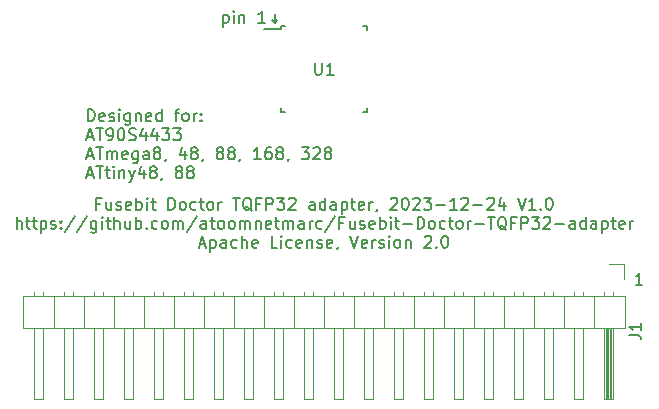
<source format=gto>
G04 #@! TF.GenerationSoftware,KiCad,Pcbnew,7.0.9*
G04 #@! TF.CreationDate,2023-12-24T17:35:41+01:00*
G04 #@! TF.ProjectId,Fusebit Doctor TQFP32 adapter,46757365-6269-4742-9044-6f63746f7220,V1.0*
G04 #@! TF.SameCoordinates,Original*
G04 #@! TF.FileFunction,Legend,Top*
G04 #@! TF.FilePolarity,Positive*
%FSLAX46Y46*%
G04 Gerber Fmt 4.6, Leading zero omitted, Abs format (unit mm)*
G04 Created by KiCad (PCBNEW 7.0.9) date 2023-12-24 17:35:41*
%MOMM*%
%LPD*%
G01*
G04 APERTURE LIST*
%ADD10C,0.150000*%
%ADD11C,0.120000*%
%ADD12R,1.700000X1.700000*%
%ADD13O,1.700000X1.700000*%
%ADD14R,1.600000X0.550000*%
%ADD15R,0.550000X1.600000*%
G04 APERTURE END LIST*
D10*
X26955714Y-18234819D02*
X26384286Y-18234819D01*
X26670000Y-18234819D02*
X26670000Y-17234819D01*
X26670000Y-17234819D02*
X26574762Y-17377676D01*
X26574762Y-17377676D02*
X26479524Y-17472914D01*
X26479524Y-17472914D02*
X26384286Y-17520533D01*
X-8553220Y4606847D02*
X-8553220Y3606847D01*
X-8553220Y4559228D02*
X-8457982Y4606847D01*
X-8457982Y4606847D02*
X-8267506Y4606847D01*
X-8267506Y4606847D02*
X-8172268Y4559228D01*
X-8172268Y4559228D02*
X-8124649Y4511609D01*
X-8124649Y4511609D02*
X-8077030Y4416371D01*
X-8077030Y4416371D02*
X-8077030Y4130657D01*
X-8077030Y4130657D02*
X-8124649Y4035419D01*
X-8124649Y4035419D02*
X-8172268Y3987800D01*
X-8172268Y3987800D02*
X-8267506Y3940180D01*
X-8267506Y3940180D02*
X-8457982Y3940180D01*
X-8457982Y3940180D02*
X-8553220Y3987800D01*
X-7648458Y3940180D02*
X-7648458Y4606847D01*
X-7648458Y4940180D02*
X-7696077Y4892561D01*
X-7696077Y4892561D02*
X-7648458Y4844942D01*
X-7648458Y4844942D02*
X-7600839Y4892561D01*
X-7600839Y4892561D02*
X-7648458Y4940180D01*
X-7648458Y4940180D02*
X-7648458Y4844942D01*
X-7172268Y4606847D02*
X-7172268Y3940180D01*
X-7172268Y4511609D02*
X-7124649Y4559228D01*
X-7124649Y4559228D02*
X-7029411Y4606847D01*
X-7029411Y4606847D02*
X-6886554Y4606847D01*
X-6886554Y4606847D02*
X-6791316Y4559228D01*
X-6791316Y4559228D02*
X-6743697Y4463990D01*
X-6743697Y4463990D02*
X-6743697Y3940180D01*
X-4981792Y3940180D02*
X-5553220Y3940180D01*
X-5267506Y3940180D02*
X-5267506Y4940180D01*
X-5267506Y4940180D02*
X-5362744Y4797323D01*
X-5362744Y4797323D02*
X-5457982Y4702085D01*
X-5457982Y4702085D02*
X-5553220Y4654466D01*
X-4172268Y4702085D02*
X-4172268Y3940180D01*
X-3981792Y4130657D02*
X-4172268Y3940180D01*
X-4172268Y3940180D02*
X-4362744Y4130657D01*
X-18976192Y-11366009D02*
X-19309525Y-11366009D01*
X-19309525Y-11889819D02*
X-19309525Y-10889819D01*
X-19309525Y-10889819D02*
X-18833335Y-10889819D01*
X-18023811Y-11223152D02*
X-18023811Y-11889819D01*
X-18452382Y-11223152D02*
X-18452382Y-11746961D01*
X-18452382Y-11746961D02*
X-18404763Y-11842200D01*
X-18404763Y-11842200D02*
X-18309525Y-11889819D01*
X-18309525Y-11889819D02*
X-18166668Y-11889819D01*
X-18166668Y-11889819D02*
X-18071430Y-11842200D01*
X-18071430Y-11842200D02*
X-18023811Y-11794580D01*
X-17595239Y-11842200D02*
X-17500001Y-11889819D01*
X-17500001Y-11889819D02*
X-17309525Y-11889819D01*
X-17309525Y-11889819D02*
X-17214287Y-11842200D01*
X-17214287Y-11842200D02*
X-17166668Y-11746961D01*
X-17166668Y-11746961D02*
X-17166668Y-11699342D01*
X-17166668Y-11699342D02*
X-17214287Y-11604104D01*
X-17214287Y-11604104D02*
X-17309525Y-11556485D01*
X-17309525Y-11556485D02*
X-17452382Y-11556485D01*
X-17452382Y-11556485D02*
X-17547620Y-11508866D01*
X-17547620Y-11508866D02*
X-17595239Y-11413628D01*
X-17595239Y-11413628D02*
X-17595239Y-11366009D01*
X-17595239Y-11366009D02*
X-17547620Y-11270771D01*
X-17547620Y-11270771D02*
X-17452382Y-11223152D01*
X-17452382Y-11223152D02*
X-17309525Y-11223152D01*
X-17309525Y-11223152D02*
X-17214287Y-11270771D01*
X-16357144Y-11842200D02*
X-16452382Y-11889819D01*
X-16452382Y-11889819D02*
X-16642858Y-11889819D01*
X-16642858Y-11889819D02*
X-16738096Y-11842200D01*
X-16738096Y-11842200D02*
X-16785715Y-11746961D01*
X-16785715Y-11746961D02*
X-16785715Y-11366009D01*
X-16785715Y-11366009D02*
X-16738096Y-11270771D01*
X-16738096Y-11270771D02*
X-16642858Y-11223152D01*
X-16642858Y-11223152D02*
X-16452382Y-11223152D01*
X-16452382Y-11223152D02*
X-16357144Y-11270771D01*
X-16357144Y-11270771D02*
X-16309525Y-11366009D01*
X-16309525Y-11366009D02*
X-16309525Y-11461247D01*
X-16309525Y-11461247D02*
X-16785715Y-11556485D01*
X-15880953Y-11889819D02*
X-15880953Y-10889819D01*
X-15880953Y-11270771D02*
X-15785715Y-11223152D01*
X-15785715Y-11223152D02*
X-15595239Y-11223152D01*
X-15595239Y-11223152D02*
X-15500001Y-11270771D01*
X-15500001Y-11270771D02*
X-15452382Y-11318390D01*
X-15452382Y-11318390D02*
X-15404763Y-11413628D01*
X-15404763Y-11413628D02*
X-15404763Y-11699342D01*
X-15404763Y-11699342D02*
X-15452382Y-11794580D01*
X-15452382Y-11794580D02*
X-15500001Y-11842200D01*
X-15500001Y-11842200D02*
X-15595239Y-11889819D01*
X-15595239Y-11889819D02*
X-15785715Y-11889819D01*
X-15785715Y-11889819D02*
X-15880953Y-11842200D01*
X-14976191Y-11889819D02*
X-14976191Y-11223152D01*
X-14976191Y-10889819D02*
X-15023810Y-10937438D01*
X-15023810Y-10937438D02*
X-14976191Y-10985057D01*
X-14976191Y-10985057D02*
X-14928572Y-10937438D01*
X-14928572Y-10937438D02*
X-14976191Y-10889819D01*
X-14976191Y-10889819D02*
X-14976191Y-10985057D01*
X-14642858Y-11223152D02*
X-14261906Y-11223152D01*
X-14500001Y-10889819D02*
X-14500001Y-11746961D01*
X-14500001Y-11746961D02*
X-14452382Y-11842200D01*
X-14452382Y-11842200D02*
X-14357144Y-11889819D01*
X-14357144Y-11889819D02*
X-14261906Y-11889819D01*
X-13166667Y-11889819D02*
X-13166667Y-10889819D01*
X-13166667Y-10889819D02*
X-12928572Y-10889819D01*
X-12928572Y-10889819D02*
X-12785715Y-10937438D01*
X-12785715Y-10937438D02*
X-12690477Y-11032676D01*
X-12690477Y-11032676D02*
X-12642858Y-11127914D01*
X-12642858Y-11127914D02*
X-12595239Y-11318390D01*
X-12595239Y-11318390D02*
X-12595239Y-11461247D01*
X-12595239Y-11461247D02*
X-12642858Y-11651723D01*
X-12642858Y-11651723D02*
X-12690477Y-11746961D01*
X-12690477Y-11746961D02*
X-12785715Y-11842200D01*
X-12785715Y-11842200D02*
X-12928572Y-11889819D01*
X-12928572Y-11889819D02*
X-13166667Y-11889819D01*
X-12023810Y-11889819D02*
X-12119048Y-11842200D01*
X-12119048Y-11842200D02*
X-12166667Y-11794580D01*
X-12166667Y-11794580D02*
X-12214286Y-11699342D01*
X-12214286Y-11699342D02*
X-12214286Y-11413628D01*
X-12214286Y-11413628D02*
X-12166667Y-11318390D01*
X-12166667Y-11318390D02*
X-12119048Y-11270771D01*
X-12119048Y-11270771D02*
X-12023810Y-11223152D01*
X-12023810Y-11223152D02*
X-11880953Y-11223152D01*
X-11880953Y-11223152D02*
X-11785715Y-11270771D01*
X-11785715Y-11270771D02*
X-11738096Y-11318390D01*
X-11738096Y-11318390D02*
X-11690477Y-11413628D01*
X-11690477Y-11413628D02*
X-11690477Y-11699342D01*
X-11690477Y-11699342D02*
X-11738096Y-11794580D01*
X-11738096Y-11794580D02*
X-11785715Y-11842200D01*
X-11785715Y-11842200D02*
X-11880953Y-11889819D01*
X-11880953Y-11889819D02*
X-12023810Y-11889819D01*
X-10833334Y-11842200D02*
X-10928572Y-11889819D01*
X-10928572Y-11889819D02*
X-11119048Y-11889819D01*
X-11119048Y-11889819D02*
X-11214286Y-11842200D01*
X-11214286Y-11842200D02*
X-11261905Y-11794580D01*
X-11261905Y-11794580D02*
X-11309524Y-11699342D01*
X-11309524Y-11699342D02*
X-11309524Y-11413628D01*
X-11309524Y-11413628D02*
X-11261905Y-11318390D01*
X-11261905Y-11318390D02*
X-11214286Y-11270771D01*
X-11214286Y-11270771D02*
X-11119048Y-11223152D01*
X-11119048Y-11223152D02*
X-10928572Y-11223152D01*
X-10928572Y-11223152D02*
X-10833334Y-11270771D01*
X-10547619Y-11223152D02*
X-10166667Y-11223152D01*
X-10404762Y-10889819D02*
X-10404762Y-11746961D01*
X-10404762Y-11746961D02*
X-10357143Y-11842200D01*
X-10357143Y-11842200D02*
X-10261905Y-11889819D01*
X-10261905Y-11889819D02*
X-10166667Y-11889819D01*
X-9690476Y-11889819D02*
X-9785714Y-11842200D01*
X-9785714Y-11842200D02*
X-9833333Y-11794580D01*
X-9833333Y-11794580D02*
X-9880952Y-11699342D01*
X-9880952Y-11699342D02*
X-9880952Y-11413628D01*
X-9880952Y-11413628D02*
X-9833333Y-11318390D01*
X-9833333Y-11318390D02*
X-9785714Y-11270771D01*
X-9785714Y-11270771D02*
X-9690476Y-11223152D01*
X-9690476Y-11223152D02*
X-9547619Y-11223152D01*
X-9547619Y-11223152D02*
X-9452381Y-11270771D01*
X-9452381Y-11270771D02*
X-9404762Y-11318390D01*
X-9404762Y-11318390D02*
X-9357143Y-11413628D01*
X-9357143Y-11413628D02*
X-9357143Y-11699342D01*
X-9357143Y-11699342D02*
X-9404762Y-11794580D01*
X-9404762Y-11794580D02*
X-9452381Y-11842200D01*
X-9452381Y-11842200D02*
X-9547619Y-11889819D01*
X-9547619Y-11889819D02*
X-9690476Y-11889819D01*
X-8928571Y-11889819D02*
X-8928571Y-11223152D01*
X-8928571Y-11413628D02*
X-8880952Y-11318390D01*
X-8880952Y-11318390D02*
X-8833333Y-11270771D01*
X-8833333Y-11270771D02*
X-8738095Y-11223152D01*
X-8738095Y-11223152D02*
X-8642857Y-11223152D01*
X-7690475Y-10889819D02*
X-7119047Y-10889819D01*
X-7404761Y-11889819D02*
X-7404761Y-10889819D01*
X-6119047Y-11985057D02*
X-6214285Y-11937438D01*
X-6214285Y-11937438D02*
X-6309523Y-11842200D01*
X-6309523Y-11842200D02*
X-6452380Y-11699342D01*
X-6452380Y-11699342D02*
X-6547618Y-11651723D01*
X-6547618Y-11651723D02*
X-6642856Y-11651723D01*
X-6595237Y-11889819D02*
X-6690475Y-11842200D01*
X-6690475Y-11842200D02*
X-6785713Y-11746961D01*
X-6785713Y-11746961D02*
X-6833332Y-11556485D01*
X-6833332Y-11556485D02*
X-6833332Y-11223152D01*
X-6833332Y-11223152D02*
X-6785713Y-11032676D01*
X-6785713Y-11032676D02*
X-6690475Y-10937438D01*
X-6690475Y-10937438D02*
X-6595237Y-10889819D01*
X-6595237Y-10889819D02*
X-6404761Y-10889819D01*
X-6404761Y-10889819D02*
X-6309523Y-10937438D01*
X-6309523Y-10937438D02*
X-6214285Y-11032676D01*
X-6214285Y-11032676D02*
X-6166666Y-11223152D01*
X-6166666Y-11223152D02*
X-6166666Y-11556485D01*
X-6166666Y-11556485D02*
X-6214285Y-11746961D01*
X-6214285Y-11746961D02*
X-6309523Y-11842200D01*
X-6309523Y-11842200D02*
X-6404761Y-11889819D01*
X-6404761Y-11889819D02*
X-6595237Y-11889819D01*
X-5404761Y-11366009D02*
X-5738094Y-11366009D01*
X-5738094Y-11889819D02*
X-5738094Y-10889819D01*
X-5738094Y-10889819D02*
X-5261904Y-10889819D01*
X-4880951Y-11889819D02*
X-4880951Y-10889819D01*
X-4880951Y-10889819D02*
X-4499999Y-10889819D01*
X-4499999Y-10889819D02*
X-4404761Y-10937438D01*
X-4404761Y-10937438D02*
X-4357142Y-10985057D01*
X-4357142Y-10985057D02*
X-4309523Y-11080295D01*
X-4309523Y-11080295D02*
X-4309523Y-11223152D01*
X-4309523Y-11223152D02*
X-4357142Y-11318390D01*
X-4357142Y-11318390D02*
X-4404761Y-11366009D01*
X-4404761Y-11366009D02*
X-4499999Y-11413628D01*
X-4499999Y-11413628D02*
X-4880951Y-11413628D01*
X-3976189Y-10889819D02*
X-3357142Y-10889819D01*
X-3357142Y-10889819D02*
X-3690475Y-11270771D01*
X-3690475Y-11270771D02*
X-3547618Y-11270771D01*
X-3547618Y-11270771D02*
X-3452380Y-11318390D01*
X-3452380Y-11318390D02*
X-3404761Y-11366009D01*
X-3404761Y-11366009D02*
X-3357142Y-11461247D01*
X-3357142Y-11461247D02*
X-3357142Y-11699342D01*
X-3357142Y-11699342D02*
X-3404761Y-11794580D01*
X-3404761Y-11794580D02*
X-3452380Y-11842200D01*
X-3452380Y-11842200D02*
X-3547618Y-11889819D01*
X-3547618Y-11889819D02*
X-3833332Y-11889819D01*
X-3833332Y-11889819D02*
X-3928570Y-11842200D01*
X-3928570Y-11842200D02*
X-3976189Y-11794580D01*
X-2976189Y-10985057D02*
X-2928570Y-10937438D01*
X-2928570Y-10937438D02*
X-2833332Y-10889819D01*
X-2833332Y-10889819D02*
X-2595237Y-10889819D01*
X-2595237Y-10889819D02*
X-2499999Y-10937438D01*
X-2499999Y-10937438D02*
X-2452380Y-10985057D01*
X-2452380Y-10985057D02*
X-2404761Y-11080295D01*
X-2404761Y-11080295D02*
X-2404761Y-11175533D01*
X-2404761Y-11175533D02*
X-2452380Y-11318390D01*
X-2452380Y-11318390D02*
X-3023808Y-11889819D01*
X-3023808Y-11889819D02*
X-2404761Y-11889819D01*
X-785713Y-11889819D02*
X-785713Y-11366009D01*
X-785713Y-11366009D02*
X-833332Y-11270771D01*
X-833332Y-11270771D02*
X-928570Y-11223152D01*
X-928570Y-11223152D02*
X-1119046Y-11223152D01*
X-1119046Y-11223152D02*
X-1214284Y-11270771D01*
X-785713Y-11842200D02*
X-880951Y-11889819D01*
X-880951Y-11889819D02*
X-1119046Y-11889819D01*
X-1119046Y-11889819D02*
X-1214284Y-11842200D01*
X-1214284Y-11842200D02*
X-1261903Y-11746961D01*
X-1261903Y-11746961D02*
X-1261903Y-11651723D01*
X-1261903Y-11651723D02*
X-1214284Y-11556485D01*
X-1214284Y-11556485D02*
X-1119046Y-11508866D01*
X-1119046Y-11508866D02*
X-880951Y-11508866D01*
X-880951Y-11508866D02*
X-785713Y-11461247D01*
X119048Y-11889819D02*
X119048Y-10889819D01*
X119048Y-11842200D02*
X23810Y-11889819D01*
X23810Y-11889819D02*
X-166665Y-11889819D01*
X-166665Y-11889819D02*
X-261903Y-11842200D01*
X-261903Y-11842200D02*
X-309522Y-11794580D01*
X-309522Y-11794580D02*
X-357141Y-11699342D01*
X-357141Y-11699342D02*
X-357141Y-11413628D01*
X-357141Y-11413628D02*
X-309522Y-11318390D01*
X-309522Y-11318390D02*
X-261903Y-11270771D01*
X-261903Y-11270771D02*
X-166665Y-11223152D01*
X-166665Y-11223152D02*
X23810Y-11223152D01*
X23810Y-11223152D02*
X119048Y-11270771D01*
X1023810Y-11889819D02*
X1023810Y-11366009D01*
X1023810Y-11366009D02*
X976191Y-11270771D01*
X976191Y-11270771D02*
X880953Y-11223152D01*
X880953Y-11223152D02*
X690477Y-11223152D01*
X690477Y-11223152D02*
X595239Y-11270771D01*
X1023810Y-11842200D02*
X928572Y-11889819D01*
X928572Y-11889819D02*
X690477Y-11889819D01*
X690477Y-11889819D02*
X595239Y-11842200D01*
X595239Y-11842200D02*
X547620Y-11746961D01*
X547620Y-11746961D02*
X547620Y-11651723D01*
X547620Y-11651723D02*
X595239Y-11556485D01*
X595239Y-11556485D02*
X690477Y-11508866D01*
X690477Y-11508866D02*
X928572Y-11508866D01*
X928572Y-11508866D02*
X1023810Y-11461247D01*
X1500001Y-11223152D02*
X1500001Y-12223152D01*
X1500001Y-11270771D02*
X1595239Y-11223152D01*
X1595239Y-11223152D02*
X1785715Y-11223152D01*
X1785715Y-11223152D02*
X1880953Y-11270771D01*
X1880953Y-11270771D02*
X1928572Y-11318390D01*
X1928572Y-11318390D02*
X1976191Y-11413628D01*
X1976191Y-11413628D02*
X1976191Y-11699342D01*
X1976191Y-11699342D02*
X1928572Y-11794580D01*
X1928572Y-11794580D02*
X1880953Y-11842200D01*
X1880953Y-11842200D02*
X1785715Y-11889819D01*
X1785715Y-11889819D02*
X1595239Y-11889819D01*
X1595239Y-11889819D02*
X1500001Y-11842200D01*
X2261906Y-11223152D02*
X2642858Y-11223152D01*
X2404763Y-10889819D02*
X2404763Y-11746961D01*
X2404763Y-11746961D02*
X2452382Y-11842200D01*
X2452382Y-11842200D02*
X2547620Y-11889819D01*
X2547620Y-11889819D02*
X2642858Y-11889819D01*
X3357144Y-11842200D02*
X3261906Y-11889819D01*
X3261906Y-11889819D02*
X3071430Y-11889819D01*
X3071430Y-11889819D02*
X2976192Y-11842200D01*
X2976192Y-11842200D02*
X2928573Y-11746961D01*
X2928573Y-11746961D02*
X2928573Y-11366009D01*
X2928573Y-11366009D02*
X2976192Y-11270771D01*
X2976192Y-11270771D02*
X3071430Y-11223152D01*
X3071430Y-11223152D02*
X3261906Y-11223152D01*
X3261906Y-11223152D02*
X3357144Y-11270771D01*
X3357144Y-11270771D02*
X3404763Y-11366009D01*
X3404763Y-11366009D02*
X3404763Y-11461247D01*
X3404763Y-11461247D02*
X2928573Y-11556485D01*
X3833335Y-11889819D02*
X3833335Y-11223152D01*
X3833335Y-11413628D02*
X3880954Y-11318390D01*
X3880954Y-11318390D02*
X3928573Y-11270771D01*
X3928573Y-11270771D02*
X4023811Y-11223152D01*
X4023811Y-11223152D02*
X4119049Y-11223152D01*
X4500002Y-11842200D02*
X4500002Y-11889819D01*
X4500002Y-11889819D02*
X4452383Y-11985057D01*
X4452383Y-11985057D02*
X4404764Y-12032676D01*
X5642859Y-10985057D02*
X5690478Y-10937438D01*
X5690478Y-10937438D02*
X5785716Y-10889819D01*
X5785716Y-10889819D02*
X6023811Y-10889819D01*
X6023811Y-10889819D02*
X6119049Y-10937438D01*
X6119049Y-10937438D02*
X6166668Y-10985057D01*
X6166668Y-10985057D02*
X6214287Y-11080295D01*
X6214287Y-11080295D02*
X6214287Y-11175533D01*
X6214287Y-11175533D02*
X6166668Y-11318390D01*
X6166668Y-11318390D02*
X5595240Y-11889819D01*
X5595240Y-11889819D02*
X6214287Y-11889819D01*
X6833335Y-10889819D02*
X6928573Y-10889819D01*
X6928573Y-10889819D02*
X7023811Y-10937438D01*
X7023811Y-10937438D02*
X7071430Y-10985057D01*
X7071430Y-10985057D02*
X7119049Y-11080295D01*
X7119049Y-11080295D02*
X7166668Y-11270771D01*
X7166668Y-11270771D02*
X7166668Y-11508866D01*
X7166668Y-11508866D02*
X7119049Y-11699342D01*
X7119049Y-11699342D02*
X7071430Y-11794580D01*
X7071430Y-11794580D02*
X7023811Y-11842200D01*
X7023811Y-11842200D02*
X6928573Y-11889819D01*
X6928573Y-11889819D02*
X6833335Y-11889819D01*
X6833335Y-11889819D02*
X6738097Y-11842200D01*
X6738097Y-11842200D02*
X6690478Y-11794580D01*
X6690478Y-11794580D02*
X6642859Y-11699342D01*
X6642859Y-11699342D02*
X6595240Y-11508866D01*
X6595240Y-11508866D02*
X6595240Y-11270771D01*
X6595240Y-11270771D02*
X6642859Y-11080295D01*
X6642859Y-11080295D02*
X6690478Y-10985057D01*
X6690478Y-10985057D02*
X6738097Y-10937438D01*
X6738097Y-10937438D02*
X6833335Y-10889819D01*
X7547621Y-10985057D02*
X7595240Y-10937438D01*
X7595240Y-10937438D02*
X7690478Y-10889819D01*
X7690478Y-10889819D02*
X7928573Y-10889819D01*
X7928573Y-10889819D02*
X8023811Y-10937438D01*
X8023811Y-10937438D02*
X8071430Y-10985057D01*
X8071430Y-10985057D02*
X8119049Y-11080295D01*
X8119049Y-11080295D02*
X8119049Y-11175533D01*
X8119049Y-11175533D02*
X8071430Y-11318390D01*
X8071430Y-11318390D02*
X7500002Y-11889819D01*
X7500002Y-11889819D02*
X8119049Y-11889819D01*
X8452383Y-10889819D02*
X9071430Y-10889819D01*
X9071430Y-10889819D02*
X8738097Y-11270771D01*
X8738097Y-11270771D02*
X8880954Y-11270771D01*
X8880954Y-11270771D02*
X8976192Y-11318390D01*
X8976192Y-11318390D02*
X9023811Y-11366009D01*
X9023811Y-11366009D02*
X9071430Y-11461247D01*
X9071430Y-11461247D02*
X9071430Y-11699342D01*
X9071430Y-11699342D02*
X9023811Y-11794580D01*
X9023811Y-11794580D02*
X8976192Y-11842200D01*
X8976192Y-11842200D02*
X8880954Y-11889819D01*
X8880954Y-11889819D02*
X8595240Y-11889819D01*
X8595240Y-11889819D02*
X8500002Y-11842200D01*
X8500002Y-11842200D02*
X8452383Y-11794580D01*
X9500002Y-11508866D02*
X10261907Y-11508866D01*
X11261906Y-11889819D02*
X10690478Y-11889819D01*
X10976192Y-11889819D02*
X10976192Y-10889819D01*
X10976192Y-10889819D02*
X10880954Y-11032676D01*
X10880954Y-11032676D02*
X10785716Y-11127914D01*
X10785716Y-11127914D02*
X10690478Y-11175533D01*
X11642859Y-10985057D02*
X11690478Y-10937438D01*
X11690478Y-10937438D02*
X11785716Y-10889819D01*
X11785716Y-10889819D02*
X12023811Y-10889819D01*
X12023811Y-10889819D02*
X12119049Y-10937438D01*
X12119049Y-10937438D02*
X12166668Y-10985057D01*
X12166668Y-10985057D02*
X12214287Y-11080295D01*
X12214287Y-11080295D02*
X12214287Y-11175533D01*
X12214287Y-11175533D02*
X12166668Y-11318390D01*
X12166668Y-11318390D02*
X11595240Y-11889819D01*
X11595240Y-11889819D02*
X12214287Y-11889819D01*
X12642859Y-11508866D02*
X13404764Y-11508866D01*
X13833335Y-10985057D02*
X13880954Y-10937438D01*
X13880954Y-10937438D02*
X13976192Y-10889819D01*
X13976192Y-10889819D02*
X14214287Y-10889819D01*
X14214287Y-10889819D02*
X14309525Y-10937438D01*
X14309525Y-10937438D02*
X14357144Y-10985057D01*
X14357144Y-10985057D02*
X14404763Y-11080295D01*
X14404763Y-11080295D02*
X14404763Y-11175533D01*
X14404763Y-11175533D02*
X14357144Y-11318390D01*
X14357144Y-11318390D02*
X13785716Y-11889819D01*
X13785716Y-11889819D02*
X14404763Y-11889819D01*
X15261906Y-11223152D02*
X15261906Y-11889819D01*
X15023811Y-10842200D02*
X14785716Y-11556485D01*
X14785716Y-11556485D02*
X15404763Y-11556485D01*
X16404764Y-10889819D02*
X16738097Y-11889819D01*
X16738097Y-11889819D02*
X17071430Y-10889819D01*
X17928573Y-11889819D02*
X17357145Y-11889819D01*
X17642859Y-11889819D02*
X17642859Y-10889819D01*
X17642859Y-10889819D02*
X17547621Y-11032676D01*
X17547621Y-11032676D02*
X17452383Y-11127914D01*
X17452383Y-11127914D02*
X17357145Y-11175533D01*
X18357145Y-11794580D02*
X18404764Y-11842200D01*
X18404764Y-11842200D02*
X18357145Y-11889819D01*
X18357145Y-11889819D02*
X18309526Y-11842200D01*
X18309526Y-11842200D02*
X18357145Y-11794580D01*
X18357145Y-11794580D02*
X18357145Y-11889819D01*
X19023811Y-10889819D02*
X19119049Y-10889819D01*
X19119049Y-10889819D02*
X19214287Y-10937438D01*
X19214287Y-10937438D02*
X19261906Y-10985057D01*
X19261906Y-10985057D02*
X19309525Y-11080295D01*
X19309525Y-11080295D02*
X19357144Y-11270771D01*
X19357144Y-11270771D02*
X19357144Y-11508866D01*
X19357144Y-11508866D02*
X19309525Y-11699342D01*
X19309525Y-11699342D02*
X19261906Y-11794580D01*
X19261906Y-11794580D02*
X19214287Y-11842200D01*
X19214287Y-11842200D02*
X19119049Y-11889819D01*
X19119049Y-11889819D02*
X19023811Y-11889819D01*
X19023811Y-11889819D02*
X18928573Y-11842200D01*
X18928573Y-11842200D02*
X18880954Y-11794580D01*
X18880954Y-11794580D02*
X18833335Y-11699342D01*
X18833335Y-11699342D02*
X18785716Y-11508866D01*
X18785716Y-11508866D02*
X18785716Y-11270771D01*
X18785716Y-11270771D02*
X18833335Y-11080295D01*
X18833335Y-11080295D02*
X18880954Y-10985057D01*
X18880954Y-10985057D02*
X18928573Y-10937438D01*
X18928573Y-10937438D02*
X19023811Y-10889819D01*
X-26023811Y-13499819D02*
X-26023811Y-12499819D01*
X-25595240Y-13499819D02*
X-25595240Y-12976009D01*
X-25595240Y-12976009D02*
X-25642859Y-12880771D01*
X-25642859Y-12880771D02*
X-25738097Y-12833152D01*
X-25738097Y-12833152D02*
X-25880954Y-12833152D01*
X-25880954Y-12833152D02*
X-25976192Y-12880771D01*
X-25976192Y-12880771D02*
X-26023811Y-12928390D01*
X-25261906Y-12833152D02*
X-24880954Y-12833152D01*
X-25119049Y-12499819D02*
X-25119049Y-13356961D01*
X-25119049Y-13356961D02*
X-25071430Y-13452200D01*
X-25071430Y-13452200D02*
X-24976192Y-13499819D01*
X-24976192Y-13499819D02*
X-24880954Y-13499819D01*
X-24690477Y-12833152D02*
X-24309525Y-12833152D01*
X-24547620Y-12499819D02*
X-24547620Y-13356961D01*
X-24547620Y-13356961D02*
X-24500001Y-13452200D01*
X-24500001Y-13452200D02*
X-24404763Y-13499819D01*
X-24404763Y-13499819D02*
X-24309525Y-13499819D01*
X-23976191Y-12833152D02*
X-23976191Y-13833152D01*
X-23976191Y-12880771D02*
X-23880953Y-12833152D01*
X-23880953Y-12833152D02*
X-23690477Y-12833152D01*
X-23690477Y-12833152D02*
X-23595239Y-12880771D01*
X-23595239Y-12880771D02*
X-23547620Y-12928390D01*
X-23547620Y-12928390D02*
X-23500001Y-13023628D01*
X-23500001Y-13023628D02*
X-23500001Y-13309342D01*
X-23500001Y-13309342D02*
X-23547620Y-13404580D01*
X-23547620Y-13404580D02*
X-23595239Y-13452200D01*
X-23595239Y-13452200D02*
X-23690477Y-13499819D01*
X-23690477Y-13499819D02*
X-23880953Y-13499819D01*
X-23880953Y-13499819D02*
X-23976191Y-13452200D01*
X-23119048Y-13452200D02*
X-23023810Y-13499819D01*
X-23023810Y-13499819D02*
X-22833334Y-13499819D01*
X-22833334Y-13499819D02*
X-22738096Y-13452200D01*
X-22738096Y-13452200D02*
X-22690477Y-13356961D01*
X-22690477Y-13356961D02*
X-22690477Y-13309342D01*
X-22690477Y-13309342D02*
X-22738096Y-13214104D01*
X-22738096Y-13214104D02*
X-22833334Y-13166485D01*
X-22833334Y-13166485D02*
X-22976191Y-13166485D01*
X-22976191Y-13166485D02*
X-23071429Y-13118866D01*
X-23071429Y-13118866D02*
X-23119048Y-13023628D01*
X-23119048Y-13023628D02*
X-23119048Y-12976009D01*
X-23119048Y-12976009D02*
X-23071429Y-12880771D01*
X-23071429Y-12880771D02*
X-22976191Y-12833152D01*
X-22976191Y-12833152D02*
X-22833334Y-12833152D01*
X-22833334Y-12833152D02*
X-22738096Y-12880771D01*
X-22261905Y-13404580D02*
X-22214286Y-13452200D01*
X-22214286Y-13452200D02*
X-22261905Y-13499819D01*
X-22261905Y-13499819D02*
X-22309524Y-13452200D01*
X-22309524Y-13452200D02*
X-22261905Y-13404580D01*
X-22261905Y-13404580D02*
X-22261905Y-13499819D01*
X-22261905Y-12880771D02*
X-22214286Y-12928390D01*
X-22214286Y-12928390D02*
X-22261905Y-12976009D01*
X-22261905Y-12976009D02*
X-22309524Y-12928390D01*
X-22309524Y-12928390D02*
X-22261905Y-12880771D01*
X-22261905Y-12880771D02*
X-22261905Y-12976009D01*
X-21071430Y-12452200D02*
X-21928572Y-13737914D01*
X-20023811Y-12452200D02*
X-20880953Y-13737914D01*
X-19261906Y-12833152D02*
X-19261906Y-13642676D01*
X-19261906Y-13642676D02*
X-19309525Y-13737914D01*
X-19309525Y-13737914D02*
X-19357144Y-13785533D01*
X-19357144Y-13785533D02*
X-19452382Y-13833152D01*
X-19452382Y-13833152D02*
X-19595239Y-13833152D01*
X-19595239Y-13833152D02*
X-19690477Y-13785533D01*
X-19261906Y-13452200D02*
X-19357144Y-13499819D01*
X-19357144Y-13499819D02*
X-19547620Y-13499819D01*
X-19547620Y-13499819D02*
X-19642858Y-13452200D01*
X-19642858Y-13452200D02*
X-19690477Y-13404580D01*
X-19690477Y-13404580D02*
X-19738096Y-13309342D01*
X-19738096Y-13309342D02*
X-19738096Y-13023628D01*
X-19738096Y-13023628D02*
X-19690477Y-12928390D01*
X-19690477Y-12928390D02*
X-19642858Y-12880771D01*
X-19642858Y-12880771D02*
X-19547620Y-12833152D01*
X-19547620Y-12833152D02*
X-19357144Y-12833152D01*
X-19357144Y-12833152D02*
X-19261906Y-12880771D01*
X-18785715Y-13499819D02*
X-18785715Y-12833152D01*
X-18785715Y-12499819D02*
X-18833334Y-12547438D01*
X-18833334Y-12547438D02*
X-18785715Y-12595057D01*
X-18785715Y-12595057D02*
X-18738096Y-12547438D01*
X-18738096Y-12547438D02*
X-18785715Y-12499819D01*
X-18785715Y-12499819D02*
X-18785715Y-12595057D01*
X-18452382Y-12833152D02*
X-18071430Y-12833152D01*
X-18309525Y-12499819D02*
X-18309525Y-13356961D01*
X-18309525Y-13356961D02*
X-18261906Y-13452200D01*
X-18261906Y-13452200D02*
X-18166668Y-13499819D01*
X-18166668Y-13499819D02*
X-18071430Y-13499819D01*
X-17738096Y-13499819D02*
X-17738096Y-12499819D01*
X-17309525Y-13499819D02*
X-17309525Y-12976009D01*
X-17309525Y-12976009D02*
X-17357144Y-12880771D01*
X-17357144Y-12880771D02*
X-17452382Y-12833152D01*
X-17452382Y-12833152D02*
X-17595239Y-12833152D01*
X-17595239Y-12833152D02*
X-17690477Y-12880771D01*
X-17690477Y-12880771D02*
X-17738096Y-12928390D01*
X-16404763Y-12833152D02*
X-16404763Y-13499819D01*
X-16833334Y-12833152D02*
X-16833334Y-13356961D01*
X-16833334Y-13356961D02*
X-16785715Y-13452200D01*
X-16785715Y-13452200D02*
X-16690477Y-13499819D01*
X-16690477Y-13499819D02*
X-16547620Y-13499819D01*
X-16547620Y-13499819D02*
X-16452382Y-13452200D01*
X-16452382Y-13452200D02*
X-16404763Y-13404580D01*
X-15928572Y-13499819D02*
X-15928572Y-12499819D01*
X-15928572Y-12880771D02*
X-15833334Y-12833152D01*
X-15833334Y-12833152D02*
X-15642858Y-12833152D01*
X-15642858Y-12833152D02*
X-15547620Y-12880771D01*
X-15547620Y-12880771D02*
X-15500001Y-12928390D01*
X-15500001Y-12928390D02*
X-15452382Y-13023628D01*
X-15452382Y-13023628D02*
X-15452382Y-13309342D01*
X-15452382Y-13309342D02*
X-15500001Y-13404580D01*
X-15500001Y-13404580D02*
X-15547620Y-13452200D01*
X-15547620Y-13452200D02*
X-15642858Y-13499819D01*
X-15642858Y-13499819D02*
X-15833334Y-13499819D01*
X-15833334Y-13499819D02*
X-15928572Y-13452200D01*
X-15023810Y-13404580D02*
X-14976191Y-13452200D01*
X-14976191Y-13452200D02*
X-15023810Y-13499819D01*
X-15023810Y-13499819D02*
X-15071429Y-13452200D01*
X-15071429Y-13452200D02*
X-15023810Y-13404580D01*
X-15023810Y-13404580D02*
X-15023810Y-13499819D01*
X-14119049Y-13452200D02*
X-14214287Y-13499819D01*
X-14214287Y-13499819D02*
X-14404763Y-13499819D01*
X-14404763Y-13499819D02*
X-14500001Y-13452200D01*
X-14500001Y-13452200D02*
X-14547620Y-13404580D01*
X-14547620Y-13404580D02*
X-14595239Y-13309342D01*
X-14595239Y-13309342D02*
X-14595239Y-13023628D01*
X-14595239Y-13023628D02*
X-14547620Y-12928390D01*
X-14547620Y-12928390D02*
X-14500001Y-12880771D01*
X-14500001Y-12880771D02*
X-14404763Y-12833152D01*
X-14404763Y-12833152D02*
X-14214287Y-12833152D01*
X-14214287Y-12833152D02*
X-14119049Y-12880771D01*
X-13547620Y-13499819D02*
X-13642858Y-13452200D01*
X-13642858Y-13452200D02*
X-13690477Y-13404580D01*
X-13690477Y-13404580D02*
X-13738096Y-13309342D01*
X-13738096Y-13309342D02*
X-13738096Y-13023628D01*
X-13738096Y-13023628D02*
X-13690477Y-12928390D01*
X-13690477Y-12928390D02*
X-13642858Y-12880771D01*
X-13642858Y-12880771D02*
X-13547620Y-12833152D01*
X-13547620Y-12833152D02*
X-13404763Y-12833152D01*
X-13404763Y-12833152D02*
X-13309525Y-12880771D01*
X-13309525Y-12880771D02*
X-13261906Y-12928390D01*
X-13261906Y-12928390D02*
X-13214287Y-13023628D01*
X-13214287Y-13023628D02*
X-13214287Y-13309342D01*
X-13214287Y-13309342D02*
X-13261906Y-13404580D01*
X-13261906Y-13404580D02*
X-13309525Y-13452200D01*
X-13309525Y-13452200D02*
X-13404763Y-13499819D01*
X-13404763Y-13499819D02*
X-13547620Y-13499819D01*
X-12785715Y-13499819D02*
X-12785715Y-12833152D01*
X-12785715Y-12928390D02*
X-12738096Y-12880771D01*
X-12738096Y-12880771D02*
X-12642858Y-12833152D01*
X-12642858Y-12833152D02*
X-12500001Y-12833152D01*
X-12500001Y-12833152D02*
X-12404763Y-12880771D01*
X-12404763Y-12880771D02*
X-12357144Y-12976009D01*
X-12357144Y-12976009D02*
X-12357144Y-13499819D01*
X-12357144Y-12976009D02*
X-12309525Y-12880771D01*
X-12309525Y-12880771D02*
X-12214287Y-12833152D01*
X-12214287Y-12833152D02*
X-12071430Y-12833152D01*
X-12071430Y-12833152D02*
X-11976191Y-12880771D01*
X-11976191Y-12880771D02*
X-11928572Y-12976009D01*
X-11928572Y-12976009D02*
X-11928572Y-13499819D01*
X-10738097Y-12452200D02*
X-11595239Y-13737914D01*
X-9976192Y-13499819D02*
X-9976192Y-12976009D01*
X-9976192Y-12976009D02*
X-10023811Y-12880771D01*
X-10023811Y-12880771D02*
X-10119049Y-12833152D01*
X-10119049Y-12833152D02*
X-10309525Y-12833152D01*
X-10309525Y-12833152D02*
X-10404763Y-12880771D01*
X-9976192Y-13452200D02*
X-10071430Y-13499819D01*
X-10071430Y-13499819D02*
X-10309525Y-13499819D01*
X-10309525Y-13499819D02*
X-10404763Y-13452200D01*
X-10404763Y-13452200D02*
X-10452382Y-13356961D01*
X-10452382Y-13356961D02*
X-10452382Y-13261723D01*
X-10452382Y-13261723D02*
X-10404763Y-13166485D01*
X-10404763Y-13166485D02*
X-10309525Y-13118866D01*
X-10309525Y-13118866D02*
X-10071430Y-13118866D01*
X-10071430Y-13118866D02*
X-9976192Y-13071247D01*
X-9642858Y-12833152D02*
X-9261906Y-12833152D01*
X-9500001Y-12499819D02*
X-9500001Y-13356961D01*
X-9500001Y-13356961D02*
X-9452382Y-13452200D01*
X-9452382Y-13452200D02*
X-9357144Y-13499819D01*
X-9357144Y-13499819D02*
X-9261906Y-13499819D01*
X-8785715Y-13499819D02*
X-8880953Y-13452200D01*
X-8880953Y-13452200D02*
X-8928572Y-13404580D01*
X-8928572Y-13404580D02*
X-8976191Y-13309342D01*
X-8976191Y-13309342D02*
X-8976191Y-13023628D01*
X-8976191Y-13023628D02*
X-8928572Y-12928390D01*
X-8928572Y-12928390D02*
X-8880953Y-12880771D01*
X-8880953Y-12880771D02*
X-8785715Y-12833152D01*
X-8785715Y-12833152D02*
X-8642858Y-12833152D01*
X-8642858Y-12833152D02*
X-8547620Y-12880771D01*
X-8547620Y-12880771D02*
X-8500001Y-12928390D01*
X-8500001Y-12928390D02*
X-8452382Y-13023628D01*
X-8452382Y-13023628D02*
X-8452382Y-13309342D01*
X-8452382Y-13309342D02*
X-8500001Y-13404580D01*
X-8500001Y-13404580D02*
X-8547620Y-13452200D01*
X-8547620Y-13452200D02*
X-8642858Y-13499819D01*
X-8642858Y-13499819D02*
X-8785715Y-13499819D01*
X-7880953Y-13499819D02*
X-7976191Y-13452200D01*
X-7976191Y-13452200D02*
X-8023810Y-13404580D01*
X-8023810Y-13404580D02*
X-8071429Y-13309342D01*
X-8071429Y-13309342D02*
X-8071429Y-13023628D01*
X-8071429Y-13023628D02*
X-8023810Y-12928390D01*
X-8023810Y-12928390D02*
X-7976191Y-12880771D01*
X-7976191Y-12880771D02*
X-7880953Y-12833152D01*
X-7880953Y-12833152D02*
X-7738096Y-12833152D01*
X-7738096Y-12833152D02*
X-7642858Y-12880771D01*
X-7642858Y-12880771D02*
X-7595239Y-12928390D01*
X-7595239Y-12928390D02*
X-7547620Y-13023628D01*
X-7547620Y-13023628D02*
X-7547620Y-13309342D01*
X-7547620Y-13309342D02*
X-7595239Y-13404580D01*
X-7595239Y-13404580D02*
X-7642858Y-13452200D01*
X-7642858Y-13452200D02*
X-7738096Y-13499819D01*
X-7738096Y-13499819D02*
X-7880953Y-13499819D01*
X-7119048Y-13499819D02*
X-7119048Y-12833152D01*
X-7119048Y-12928390D02*
X-7071429Y-12880771D01*
X-7071429Y-12880771D02*
X-6976191Y-12833152D01*
X-6976191Y-12833152D02*
X-6833334Y-12833152D01*
X-6833334Y-12833152D02*
X-6738096Y-12880771D01*
X-6738096Y-12880771D02*
X-6690477Y-12976009D01*
X-6690477Y-12976009D02*
X-6690477Y-13499819D01*
X-6690477Y-12976009D02*
X-6642858Y-12880771D01*
X-6642858Y-12880771D02*
X-6547620Y-12833152D01*
X-6547620Y-12833152D02*
X-6404763Y-12833152D01*
X-6404763Y-12833152D02*
X-6309524Y-12880771D01*
X-6309524Y-12880771D02*
X-6261905Y-12976009D01*
X-6261905Y-12976009D02*
X-6261905Y-13499819D01*
X-5785715Y-12833152D02*
X-5785715Y-13499819D01*
X-5785715Y-12928390D02*
X-5738096Y-12880771D01*
X-5738096Y-12880771D02*
X-5642858Y-12833152D01*
X-5642858Y-12833152D02*
X-5500001Y-12833152D01*
X-5500001Y-12833152D02*
X-5404763Y-12880771D01*
X-5404763Y-12880771D02*
X-5357144Y-12976009D01*
X-5357144Y-12976009D02*
X-5357144Y-13499819D01*
X-4500001Y-13452200D02*
X-4595239Y-13499819D01*
X-4595239Y-13499819D02*
X-4785715Y-13499819D01*
X-4785715Y-13499819D02*
X-4880953Y-13452200D01*
X-4880953Y-13452200D02*
X-4928572Y-13356961D01*
X-4928572Y-13356961D02*
X-4928572Y-12976009D01*
X-4928572Y-12976009D02*
X-4880953Y-12880771D01*
X-4880953Y-12880771D02*
X-4785715Y-12833152D01*
X-4785715Y-12833152D02*
X-4595239Y-12833152D01*
X-4595239Y-12833152D02*
X-4500001Y-12880771D01*
X-4500001Y-12880771D02*
X-4452382Y-12976009D01*
X-4452382Y-12976009D02*
X-4452382Y-13071247D01*
X-4452382Y-13071247D02*
X-4928572Y-13166485D01*
X-4166667Y-12833152D02*
X-3785715Y-12833152D01*
X-4023810Y-12499819D02*
X-4023810Y-13356961D01*
X-4023810Y-13356961D02*
X-3976191Y-13452200D01*
X-3976191Y-13452200D02*
X-3880953Y-13499819D01*
X-3880953Y-13499819D02*
X-3785715Y-13499819D01*
X-3452381Y-13499819D02*
X-3452381Y-12833152D01*
X-3452381Y-12928390D02*
X-3404762Y-12880771D01*
X-3404762Y-12880771D02*
X-3309524Y-12833152D01*
X-3309524Y-12833152D02*
X-3166667Y-12833152D01*
X-3166667Y-12833152D02*
X-3071429Y-12880771D01*
X-3071429Y-12880771D02*
X-3023810Y-12976009D01*
X-3023810Y-12976009D02*
X-3023810Y-13499819D01*
X-3023810Y-12976009D02*
X-2976191Y-12880771D01*
X-2976191Y-12880771D02*
X-2880953Y-12833152D01*
X-2880953Y-12833152D02*
X-2738096Y-12833152D01*
X-2738096Y-12833152D02*
X-2642857Y-12880771D01*
X-2642857Y-12880771D02*
X-2595238Y-12976009D01*
X-2595238Y-12976009D02*
X-2595238Y-13499819D01*
X-1690477Y-13499819D02*
X-1690477Y-12976009D01*
X-1690477Y-12976009D02*
X-1738096Y-12880771D01*
X-1738096Y-12880771D02*
X-1833334Y-12833152D01*
X-1833334Y-12833152D02*
X-2023810Y-12833152D01*
X-2023810Y-12833152D02*
X-2119048Y-12880771D01*
X-1690477Y-13452200D02*
X-1785715Y-13499819D01*
X-1785715Y-13499819D02*
X-2023810Y-13499819D01*
X-2023810Y-13499819D02*
X-2119048Y-13452200D01*
X-2119048Y-13452200D02*
X-2166667Y-13356961D01*
X-2166667Y-13356961D02*
X-2166667Y-13261723D01*
X-2166667Y-13261723D02*
X-2119048Y-13166485D01*
X-2119048Y-13166485D02*
X-2023810Y-13118866D01*
X-2023810Y-13118866D02*
X-1785715Y-13118866D01*
X-1785715Y-13118866D02*
X-1690477Y-13071247D01*
X-1214286Y-13499819D02*
X-1214286Y-12833152D01*
X-1214286Y-13023628D02*
X-1166667Y-12928390D01*
X-1166667Y-12928390D02*
X-1119048Y-12880771D01*
X-1119048Y-12880771D02*
X-1023810Y-12833152D01*
X-1023810Y-12833152D02*
X-928572Y-12833152D01*
X-166667Y-13452200D02*
X-261905Y-13499819D01*
X-261905Y-13499819D02*
X-452381Y-13499819D01*
X-452381Y-13499819D02*
X-547619Y-13452200D01*
X-547619Y-13452200D02*
X-595238Y-13404580D01*
X-595238Y-13404580D02*
X-642857Y-13309342D01*
X-642857Y-13309342D02*
X-642857Y-13023628D01*
X-642857Y-13023628D02*
X-595238Y-12928390D01*
X-595238Y-12928390D02*
X-547619Y-12880771D01*
X-547619Y-12880771D02*
X-452381Y-12833152D01*
X-452381Y-12833152D02*
X-261905Y-12833152D01*
X-261905Y-12833152D02*
X-166667Y-12880771D01*
X976189Y-12452200D02*
X119047Y-13737914D01*
X1642856Y-12976009D02*
X1309523Y-12976009D01*
X1309523Y-13499819D02*
X1309523Y-12499819D01*
X1309523Y-12499819D02*
X1785713Y-12499819D01*
X2595237Y-12833152D02*
X2595237Y-13499819D01*
X2166666Y-12833152D02*
X2166666Y-13356961D01*
X2166666Y-13356961D02*
X2214285Y-13452200D01*
X2214285Y-13452200D02*
X2309523Y-13499819D01*
X2309523Y-13499819D02*
X2452380Y-13499819D01*
X2452380Y-13499819D02*
X2547618Y-13452200D01*
X2547618Y-13452200D02*
X2595237Y-13404580D01*
X3023809Y-13452200D02*
X3119047Y-13499819D01*
X3119047Y-13499819D02*
X3309523Y-13499819D01*
X3309523Y-13499819D02*
X3404761Y-13452200D01*
X3404761Y-13452200D02*
X3452380Y-13356961D01*
X3452380Y-13356961D02*
X3452380Y-13309342D01*
X3452380Y-13309342D02*
X3404761Y-13214104D01*
X3404761Y-13214104D02*
X3309523Y-13166485D01*
X3309523Y-13166485D02*
X3166666Y-13166485D01*
X3166666Y-13166485D02*
X3071428Y-13118866D01*
X3071428Y-13118866D02*
X3023809Y-13023628D01*
X3023809Y-13023628D02*
X3023809Y-12976009D01*
X3023809Y-12976009D02*
X3071428Y-12880771D01*
X3071428Y-12880771D02*
X3166666Y-12833152D01*
X3166666Y-12833152D02*
X3309523Y-12833152D01*
X3309523Y-12833152D02*
X3404761Y-12880771D01*
X4261904Y-13452200D02*
X4166666Y-13499819D01*
X4166666Y-13499819D02*
X3976190Y-13499819D01*
X3976190Y-13499819D02*
X3880952Y-13452200D01*
X3880952Y-13452200D02*
X3833333Y-13356961D01*
X3833333Y-13356961D02*
X3833333Y-12976009D01*
X3833333Y-12976009D02*
X3880952Y-12880771D01*
X3880952Y-12880771D02*
X3976190Y-12833152D01*
X3976190Y-12833152D02*
X4166666Y-12833152D01*
X4166666Y-12833152D02*
X4261904Y-12880771D01*
X4261904Y-12880771D02*
X4309523Y-12976009D01*
X4309523Y-12976009D02*
X4309523Y-13071247D01*
X4309523Y-13071247D02*
X3833333Y-13166485D01*
X4738095Y-13499819D02*
X4738095Y-12499819D01*
X4738095Y-12880771D02*
X4833333Y-12833152D01*
X4833333Y-12833152D02*
X5023809Y-12833152D01*
X5023809Y-12833152D02*
X5119047Y-12880771D01*
X5119047Y-12880771D02*
X5166666Y-12928390D01*
X5166666Y-12928390D02*
X5214285Y-13023628D01*
X5214285Y-13023628D02*
X5214285Y-13309342D01*
X5214285Y-13309342D02*
X5166666Y-13404580D01*
X5166666Y-13404580D02*
X5119047Y-13452200D01*
X5119047Y-13452200D02*
X5023809Y-13499819D01*
X5023809Y-13499819D02*
X4833333Y-13499819D01*
X4833333Y-13499819D02*
X4738095Y-13452200D01*
X5642857Y-13499819D02*
X5642857Y-12833152D01*
X5642857Y-12499819D02*
X5595238Y-12547438D01*
X5595238Y-12547438D02*
X5642857Y-12595057D01*
X5642857Y-12595057D02*
X5690476Y-12547438D01*
X5690476Y-12547438D02*
X5642857Y-12499819D01*
X5642857Y-12499819D02*
X5642857Y-12595057D01*
X5976190Y-12833152D02*
X6357142Y-12833152D01*
X6119047Y-12499819D02*
X6119047Y-13356961D01*
X6119047Y-13356961D02*
X6166666Y-13452200D01*
X6166666Y-13452200D02*
X6261904Y-13499819D01*
X6261904Y-13499819D02*
X6357142Y-13499819D01*
X6690476Y-13118866D02*
X7452381Y-13118866D01*
X7928571Y-13499819D02*
X7928571Y-12499819D01*
X7928571Y-12499819D02*
X8166666Y-12499819D01*
X8166666Y-12499819D02*
X8309523Y-12547438D01*
X8309523Y-12547438D02*
X8404761Y-12642676D01*
X8404761Y-12642676D02*
X8452380Y-12737914D01*
X8452380Y-12737914D02*
X8499999Y-12928390D01*
X8499999Y-12928390D02*
X8499999Y-13071247D01*
X8499999Y-13071247D02*
X8452380Y-13261723D01*
X8452380Y-13261723D02*
X8404761Y-13356961D01*
X8404761Y-13356961D02*
X8309523Y-13452200D01*
X8309523Y-13452200D02*
X8166666Y-13499819D01*
X8166666Y-13499819D02*
X7928571Y-13499819D01*
X9071428Y-13499819D02*
X8976190Y-13452200D01*
X8976190Y-13452200D02*
X8928571Y-13404580D01*
X8928571Y-13404580D02*
X8880952Y-13309342D01*
X8880952Y-13309342D02*
X8880952Y-13023628D01*
X8880952Y-13023628D02*
X8928571Y-12928390D01*
X8928571Y-12928390D02*
X8976190Y-12880771D01*
X8976190Y-12880771D02*
X9071428Y-12833152D01*
X9071428Y-12833152D02*
X9214285Y-12833152D01*
X9214285Y-12833152D02*
X9309523Y-12880771D01*
X9309523Y-12880771D02*
X9357142Y-12928390D01*
X9357142Y-12928390D02*
X9404761Y-13023628D01*
X9404761Y-13023628D02*
X9404761Y-13309342D01*
X9404761Y-13309342D02*
X9357142Y-13404580D01*
X9357142Y-13404580D02*
X9309523Y-13452200D01*
X9309523Y-13452200D02*
X9214285Y-13499819D01*
X9214285Y-13499819D02*
X9071428Y-13499819D01*
X10261904Y-13452200D02*
X10166666Y-13499819D01*
X10166666Y-13499819D02*
X9976190Y-13499819D01*
X9976190Y-13499819D02*
X9880952Y-13452200D01*
X9880952Y-13452200D02*
X9833333Y-13404580D01*
X9833333Y-13404580D02*
X9785714Y-13309342D01*
X9785714Y-13309342D02*
X9785714Y-13023628D01*
X9785714Y-13023628D02*
X9833333Y-12928390D01*
X9833333Y-12928390D02*
X9880952Y-12880771D01*
X9880952Y-12880771D02*
X9976190Y-12833152D01*
X9976190Y-12833152D02*
X10166666Y-12833152D01*
X10166666Y-12833152D02*
X10261904Y-12880771D01*
X10547619Y-12833152D02*
X10928571Y-12833152D01*
X10690476Y-12499819D02*
X10690476Y-13356961D01*
X10690476Y-13356961D02*
X10738095Y-13452200D01*
X10738095Y-13452200D02*
X10833333Y-13499819D01*
X10833333Y-13499819D02*
X10928571Y-13499819D01*
X11404762Y-13499819D02*
X11309524Y-13452200D01*
X11309524Y-13452200D02*
X11261905Y-13404580D01*
X11261905Y-13404580D02*
X11214286Y-13309342D01*
X11214286Y-13309342D02*
X11214286Y-13023628D01*
X11214286Y-13023628D02*
X11261905Y-12928390D01*
X11261905Y-12928390D02*
X11309524Y-12880771D01*
X11309524Y-12880771D02*
X11404762Y-12833152D01*
X11404762Y-12833152D02*
X11547619Y-12833152D01*
X11547619Y-12833152D02*
X11642857Y-12880771D01*
X11642857Y-12880771D02*
X11690476Y-12928390D01*
X11690476Y-12928390D02*
X11738095Y-13023628D01*
X11738095Y-13023628D02*
X11738095Y-13309342D01*
X11738095Y-13309342D02*
X11690476Y-13404580D01*
X11690476Y-13404580D02*
X11642857Y-13452200D01*
X11642857Y-13452200D02*
X11547619Y-13499819D01*
X11547619Y-13499819D02*
X11404762Y-13499819D01*
X12166667Y-13499819D02*
X12166667Y-12833152D01*
X12166667Y-13023628D02*
X12214286Y-12928390D01*
X12214286Y-12928390D02*
X12261905Y-12880771D01*
X12261905Y-12880771D02*
X12357143Y-12833152D01*
X12357143Y-12833152D02*
X12452381Y-12833152D01*
X12785715Y-13118866D02*
X13547620Y-13118866D01*
X13880953Y-12499819D02*
X14452381Y-12499819D01*
X14166667Y-13499819D02*
X14166667Y-12499819D01*
X15452381Y-13595057D02*
X15357143Y-13547438D01*
X15357143Y-13547438D02*
X15261905Y-13452200D01*
X15261905Y-13452200D02*
X15119048Y-13309342D01*
X15119048Y-13309342D02*
X15023810Y-13261723D01*
X15023810Y-13261723D02*
X14928572Y-13261723D01*
X14976191Y-13499819D02*
X14880953Y-13452200D01*
X14880953Y-13452200D02*
X14785715Y-13356961D01*
X14785715Y-13356961D02*
X14738096Y-13166485D01*
X14738096Y-13166485D02*
X14738096Y-12833152D01*
X14738096Y-12833152D02*
X14785715Y-12642676D01*
X14785715Y-12642676D02*
X14880953Y-12547438D01*
X14880953Y-12547438D02*
X14976191Y-12499819D01*
X14976191Y-12499819D02*
X15166667Y-12499819D01*
X15166667Y-12499819D02*
X15261905Y-12547438D01*
X15261905Y-12547438D02*
X15357143Y-12642676D01*
X15357143Y-12642676D02*
X15404762Y-12833152D01*
X15404762Y-12833152D02*
X15404762Y-13166485D01*
X15404762Y-13166485D02*
X15357143Y-13356961D01*
X15357143Y-13356961D02*
X15261905Y-13452200D01*
X15261905Y-13452200D02*
X15166667Y-13499819D01*
X15166667Y-13499819D02*
X14976191Y-13499819D01*
X16166667Y-12976009D02*
X15833334Y-12976009D01*
X15833334Y-13499819D02*
X15833334Y-12499819D01*
X15833334Y-12499819D02*
X16309524Y-12499819D01*
X16690477Y-13499819D02*
X16690477Y-12499819D01*
X16690477Y-12499819D02*
X17071429Y-12499819D01*
X17071429Y-12499819D02*
X17166667Y-12547438D01*
X17166667Y-12547438D02*
X17214286Y-12595057D01*
X17214286Y-12595057D02*
X17261905Y-12690295D01*
X17261905Y-12690295D02*
X17261905Y-12833152D01*
X17261905Y-12833152D02*
X17214286Y-12928390D01*
X17214286Y-12928390D02*
X17166667Y-12976009D01*
X17166667Y-12976009D02*
X17071429Y-13023628D01*
X17071429Y-13023628D02*
X16690477Y-13023628D01*
X17595239Y-12499819D02*
X18214286Y-12499819D01*
X18214286Y-12499819D02*
X17880953Y-12880771D01*
X17880953Y-12880771D02*
X18023810Y-12880771D01*
X18023810Y-12880771D02*
X18119048Y-12928390D01*
X18119048Y-12928390D02*
X18166667Y-12976009D01*
X18166667Y-12976009D02*
X18214286Y-13071247D01*
X18214286Y-13071247D02*
X18214286Y-13309342D01*
X18214286Y-13309342D02*
X18166667Y-13404580D01*
X18166667Y-13404580D02*
X18119048Y-13452200D01*
X18119048Y-13452200D02*
X18023810Y-13499819D01*
X18023810Y-13499819D02*
X17738096Y-13499819D01*
X17738096Y-13499819D02*
X17642858Y-13452200D01*
X17642858Y-13452200D02*
X17595239Y-13404580D01*
X18595239Y-12595057D02*
X18642858Y-12547438D01*
X18642858Y-12547438D02*
X18738096Y-12499819D01*
X18738096Y-12499819D02*
X18976191Y-12499819D01*
X18976191Y-12499819D02*
X19071429Y-12547438D01*
X19071429Y-12547438D02*
X19119048Y-12595057D01*
X19119048Y-12595057D02*
X19166667Y-12690295D01*
X19166667Y-12690295D02*
X19166667Y-12785533D01*
X19166667Y-12785533D02*
X19119048Y-12928390D01*
X19119048Y-12928390D02*
X18547620Y-13499819D01*
X18547620Y-13499819D02*
X19166667Y-13499819D01*
X19595239Y-13118866D02*
X20357144Y-13118866D01*
X21261905Y-13499819D02*
X21261905Y-12976009D01*
X21261905Y-12976009D02*
X21214286Y-12880771D01*
X21214286Y-12880771D02*
X21119048Y-12833152D01*
X21119048Y-12833152D02*
X20928572Y-12833152D01*
X20928572Y-12833152D02*
X20833334Y-12880771D01*
X21261905Y-13452200D02*
X21166667Y-13499819D01*
X21166667Y-13499819D02*
X20928572Y-13499819D01*
X20928572Y-13499819D02*
X20833334Y-13452200D01*
X20833334Y-13452200D02*
X20785715Y-13356961D01*
X20785715Y-13356961D02*
X20785715Y-13261723D01*
X20785715Y-13261723D02*
X20833334Y-13166485D01*
X20833334Y-13166485D02*
X20928572Y-13118866D01*
X20928572Y-13118866D02*
X21166667Y-13118866D01*
X21166667Y-13118866D02*
X21261905Y-13071247D01*
X22166667Y-13499819D02*
X22166667Y-12499819D01*
X22166667Y-13452200D02*
X22071429Y-13499819D01*
X22071429Y-13499819D02*
X21880953Y-13499819D01*
X21880953Y-13499819D02*
X21785715Y-13452200D01*
X21785715Y-13452200D02*
X21738096Y-13404580D01*
X21738096Y-13404580D02*
X21690477Y-13309342D01*
X21690477Y-13309342D02*
X21690477Y-13023628D01*
X21690477Y-13023628D02*
X21738096Y-12928390D01*
X21738096Y-12928390D02*
X21785715Y-12880771D01*
X21785715Y-12880771D02*
X21880953Y-12833152D01*
X21880953Y-12833152D02*
X22071429Y-12833152D01*
X22071429Y-12833152D02*
X22166667Y-12880771D01*
X23071429Y-13499819D02*
X23071429Y-12976009D01*
X23071429Y-12976009D02*
X23023810Y-12880771D01*
X23023810Y-12880771D02*
X22928572Y-12833152D01*
X22928572Y-12833152D02*
X22738096Y-12833152D01*
X22738096Y-12833152D02*
X22642858Y-12880771D01*
X23071429Y-13452200D02*
X22976191Y-13499819D01*
X22976191Y-13499819D02*
X22738096Y-13499819D01*
X22738096Y-13499819D02*
X22642858Y-13452200D01*
X22642858Y-13452200D02*
X22595239Y-13356961D01*
X22595239Y-13356961D02*
X22595239Y-13261723D01*
X22595239Y-13261723D02*
X22642858Y-13166485D01*
X22642858Y-13166485D02*
X22738096Y-13118866D01*
X22738096Y-13118866D02*
X22976191Y-13118866D01*
X22976191Y-13118866D02*
X23071429Y-13071247D01*
X23547620Y-12833152D02*
X23547620Y-13833152D01*
X23547620Y-12880771D02*
X23642858Y-12833152D01*
X23642858Y-12833152D02*
X23833334Y-12833152D01*
X23833334Y-12833152D02*
X23928572Y-12880771D01*
X23928572Y-12880771D02*
X23976191Y-12928390D01*
X23976191Y-12928390D02*
X24023810Y-13023628D01*
X24023810Y-13023628D02*
X24023810Y-13309342D01*
X24023810Y-13309342D02*
X23976191Y-13404580D01*
X23976191Y-13404580D02*
X23928572Y-13452200D01*
X23928572Y-13452200D02*
X23833334Y-13499819D01*
X23833334Y-13499819D02*
X23642858Y-13499819D01*
X23642858Y-13499819D02*
X23547620Y-13452200D01*
X24309525Y-12833152D02*
X24690477Y-12833152D01*
X24452382Y-12499819D02*
X24452382Y-13356961D01*
X24452382Y-13356961D02*
X24500001Y-13452200D01*
X24500001Y-13452200D02*
X24595239Y-13499819D01*
X24595239Y-13499819D02*
X24690477Y-13499819D01*
X25404763Y-13452200D02*
X25309525Y-13499819D01*
X25309525Y-13499819D02*
X25119049Y-13499819D01*
X25119049Y-13499819D02*
X25023811Y-13452200D01*
X25023811Y-13452200D02*
X24976192Y-13356961D01*
X24976192Y-13356961D02*
X24976192Y-12976009D01*
X24976192Y-12976009D02*
X25023811Y-12880771D01*
X25023811Y-12880771D02*
X25119049Y-12833152D01*
X25119049Y-12833152D02*
X25309525Y-12833152D01*
X25309525Y-12833152D02*
X25404763Y-12880771D01*
X25404763Y-12880771D02*
X25452382Y-12976009D01*
X25452382Y-12976009D02*
X25452382Y-13071247D01*
X25452382Y-13071247D02*
X24976192Y-13166485D01*
X25880954Y-13499819D02*
X25880954Y-12833152D01*
X25880954Y-13023628D02*
X25928573Y-12928390D01*
X25928573Y-12928390D02*
X25976192Y-12880771D01*
X25976192Y-12880771D02*
X26071430Y-12833152D01*
X26071430Y-12833152D02*
X26166668Y-12833152D01*
X-10523809Y-14824104D02*
X-10047619Y-14824104D01*
X-10619047Y-15109819D02*
X-10285714Y-14109819D01*
X-10285714Y-14109819D02*
X-9952381Y-15109819D01*
X-9619047Y-14443152D02*
X-9619047Y-15443152D01*
X-9619047Y-14490771D02*
X-9523809Y-14443152D01*
X-9523809Y-14443152D02*
X-9333333Y-14443152D01*
X-9333333Y-14443152D02*
X-9238095Y-14490771D01*
X-9238095Y-14490771D02*
X-9190476Y-14538390D01*
X-9190476Y-14538390D02*
X-9142857Y-14633628D01*
X-9142857Y-14633628D02*
X-9142857Y-14919342D01*
X-9142857Y-14919342D02*
X-9190476Y-15014580D01*
X-9190476Y-15014580D02*
X-9238095Y-15062200D01*
X-9238095Y-15062200D02*
X-9333333Y-15109819D01*
X-9333333Y-15109819D02*
X-9523809Y-15109819D01*
X-9523809Y-15109819D02*
X-9619047Y-15062200D01*
X-8285714Y-15109819D02*
X-8285714Y-14586009D01*
X-8285714Y-14586009D02*
X-8333333Y-14490771D01*
X-8333333Y-14490771D02*
X-8428571Y-14443152D01*
X-8428571Y-14443152D02*
X-8619047Y-14443152D01*
X-8619047Y-14443152D02*
X-8714285Y-14490771D01*
X-8285714Y-15062200D02*
X-8380952Y-15109819D01*
X-8380952Y-15109819D02*
X-8619047Y-15109819D01*
X-8619047Y-15109819D02*
X-8714285Y-15062200D01*
X-8714285Y-15062200D02*
X-8761904Y-14966961D01*
X-8761904Y-14966961D02*
X-8761904Y-14871723D01*
X-8761904Y-14871723D02*
X-8714285Y-14776485D01*
X-8714285Y-14776485D02*
X-8619047Y-14728866D01*
X-8619047Y-14728866D02*
X-8380952Y-14728866D01*
X-8380952Y-14728866D02*
X-8285714Y-14681247D01*
X-7380952Y-15062200D02*
X-7476190Y-15109819D01*
X-7476190Y-15109819D02*
X-7666666Y-15109819D01*
X-7666666Y-15109819D02*
X-7761904Y-15062200D01*
X-7761904Y-15062200D02*
X-7809523Y-15014580D01*
X-7809523Y-15014580D02*
X-7857142Y-14919342D01*
X-7857142Y-14919342D02*
X-7857142Y-14633628D01*
X-7857142Y-14633628D02*
X-7809523Y-14538390D01*
X-7809523Y-14538390D02*
X-7761904Y-14490771D01*
X-7761904Y-14490771D02*
X-7666666Y-14443152D01*
X-7666666Y-14443152D02*
X-7476190Y-14443152D01*
X-7476190Y-14443152D02*
X-7380952Y-14490771D01*
X-6952380Y-15109819D02*
X-6952380Y-14109819D01*
X-6523809Y-15109819D02*
X-6523809Y-14586009D01*
X-6523809Y-14586009D02*
X-6571428Y-14490771D01*
X-6571428Y-14490771D02*
X-6666666Y-14443152D01*
X-6666666Y-14443152D02*
X-6809523Y-14443152D01*
X-6809523Y-14443152D02*
X-6904761Y-14490771D01*
X-6904761Y-14490771D02*
X-6952380Y-14538390D01*
X-5666666Y-15062200D02*
X-5761904Y-15109819D01*
X-5761904Y-15109819D02*
X-5952380Y-15109819D01*
X-5952380Y-15109819D02*
X-6047618Y-15062200D01*
X-6047618Y-15062200D02*
X-6095237Y-14966961D01*
X-6095237Y-14966961D02*
X-6095237Y-14586009D01*
X-6095237Y-14586009D02*
X-6047618Y-14490771D01*
X-6047618Y-14490771D02*
X-5952380Y-14443152D01*
X-5952380Y-14443152D02*
X-5761904Y-14443152D01*
X-5761904Y-14443152D02*
X-5666666Y-14490771D01*
X-5666666Y-14490771D02*
X-5619047Y-14586009D01*
X-5619047Y-14586009D02*
X-5619047Y-14681247D01*
X-5619047Y-14681247D02*
X-6095237Y-14776485D01*
X-3952380Y-15109819D02*
X-4428570Y-15109819D01*
X-4428570Y-15109819D02*
X-4428570Y-14109819D01*
X-3619046Y-15109819D02*
X-3619046Y-14443152D01*
X-3619046Y-14109819D02*
X-3666665Y-14157438D01*
X-3666665Y-14157438D02*
X-3619046Y-14205057D01*
X-3619046Y-14205057D02*
X-3571427Y-14157438D01*
X-3571427Y-14157438D02*
X-3619046Y-14109819D01*
X-3619046Y-14109819D02*
X-3619046Y-14205057D01*
X-2714285Y-15062200D02*
X-2809523Y-15109819D01*
X-2809523Y-15109819D02*
X-2999999Y-15109819D01*
X-2999999Y-15109819D02*
X-3095237Y-15062200D01*
X-3095237Y-15062200D02*
X-3142856Y-15014580D01*
X-3142856Y-15014580D02*
X-3190475Y-14919342D01*
X-3190475Y-14919342D02*
X-3190475Y-14633628D01*
X-3190475Y-14633628D02*
X-3142856Y-14538390D01*
X-3142856Y-14538390D02*
X-3095237Y-14490771D01*
X-3095237Y-14490771D02*
X-2999999Y-14443152D01*
X-2999999Y-14443152D02*
X-2809523Y-14443152D01*
X-2809523Y-14443152D02*
X-2714285Y-14490771D01*
X-1904761Y-15062200D02*
X-1999999Y-15109819D01*
X-1999999Y-15109819D02*
X-2190475Y-15109819D01*
X-2190475Y-15109819D02*
X-2285713Y-15062200D01*
X-2285713Y-15062200D02*
X-2333332Y-14966961D01*
X-2333332Y-14966961D02*
X-2333332Y-14586009D01*
X-2333332Y-14586009D02*
X-2285713Y-14490771D01*
X-2285713Y-14490771D02*
X-2190475Y-14443152D01*
X-2190475Y-14443152D02*
X-1999999Y-14443152D01*
X-1999999Y-14443152D02*
X-1904761Y-14490771D01*
X-1904761Y-14490771D02*
X-1857142Y-14586009D01*
X-1857142Y-14586009D02*
X-1857142Y-14681247D01*
X-1857142Y-14681247D02*
X-2333332Y-14776485D01*
X-1428570Y-14443152D02*
X-1428570Y-15109819D01*
X-1428570Y-14538390D02*
X-1380951Y-14490771D01*
X-1380951Y-14490771D02*
X-1285713Y-14443152D01*
X-1285713Y-14443152D02*
X-1142856Y-14443152D01*
X-1142856Y-14443152D02*
X-1047618Y-14490771D01*
X-1047618Y-14490771D02*
X-999999Y-14586009D01*
X-999999Y-14586009D02*
X-999999Y-15109819D01*
X-571427Y-15062200D02*
X-476189Y-15109819D01*
X-476189Y-15109819D02*
X-285713Y-15109819D01*
X-285713Y-15109819D02*
X-190475Y-15062200D01*
X-190475Y-15062200D02*
X-142856Y-14966961D01*
X-142856Y-14966961D02*
X-142856Y-14919342D01*
X-142856Y-14919342D02*
X-190475Y-14824104D01*
X-190475Y-14824104D02*
X-285713Y-14776485D01*
X-285713Y-14776485D02*
X-428570Y-14776485D01*
X-428570Y-14776485D02*
X-523808Y-14728866D01*
X-523808Y-14728866D02*
X-571427Y-14633628D01*
X-571427Y-14633628D02*
X-571427Y-14586009D01*
X-571427Y-14586009D02*
X-523808Y-14490771D01*
X-523808Y-14490771D02*
X-428570Y-14443152D01*
X-428570Y-14443152D02*
X-285713Y-14443152D01*
X-285713Y-14443152D02*
X-190475Y-14490771D01*
X666667Y-15062200D02*
X571429Y-15109819D01*
X571429Y-15109819D02*
X380953Y-15109819D01*
X380953Y-15109819D02*
X285715Y-15062200D01*
X285715Y-15062200D02*
X238096Y-14966961D01*
X238096Y-14966961D02*
X238096Y-14586009D01*
X238096Y-14586009D02*
X285715Y-14490771D01*
X285715Y-14490771D02*
X380953Y-14443152D01*
X380953Y-14443152D02*
X571429Y-14443152D01*
X571429Y-14443152D02*
X666667Y-14490771D01*
X666667Y-14490771D02*
X714286Y-14586009D01*
X714286Y-14586009D02*
X714286Y-14681247D01*
X714286Y-14681247D02*
X238096Y-14776485D01*
X1190477Y-15062200D02*
X1190477Y-15109819D01*
X1190477Y-15109819D02*
X1142858Y-15205057D01*
X1142858Y-15205057D02*
X1095239Y-15252676D01*
X2238096Y-14109819D02*
X2571429Y-15109819D01*
X2571429Y-15109819D02*
X2904762Y-14109819D01*
X3619048Y-15062200D02*
X3523810Y-15109819D01*
X3523810Y-15109819D02*
X3333334Y-15109819D01*
X3333334Y-15109819D02*
X3238096Y-15062200D01*
X3238096Y-15062200D02*
X3190477Y-14966961D01*
X3190477Y-14966961D02*
X3190477Y-14586009D01*
X3190477Y-14586009D02*
X3238096Y-14490771D01*
X3238096Y-14490771D02*
X3333334Y-14443152D01*
X3333334Y-14443152D02*
X3523810Y-14443152D01*
X3523810Y-14443152D02*
X3619048Y-14490771D01*
X3619048Y-14490771D02*
X3666667Y-14586009D01*
X3666667Y-14586009D02*
X3666667Y-14681247D01*
X3666667Y-14681247D02*
X3190477Y-14776485D01*
X4095239Y-15109819D02*
X4095239Y-14443152D01*
X4095239Y-14633628D02*
X4142858Y-14538390D01*
X4142858Y-14538390D02*
X4190477Y-14490771D01*
X4190477Y-14490771D02*
X4285715Y-14443152D01*
X4285715Y-14443152D02*
X4380953Y-14443152D01*
X4666668Y-15062200D02*
X4761906Y-15109819D01*
X4761906Y-15109819D02*
X4952382Y-15109819D01*
X4952382Y-15109819D02*
X5047620Y-15062200D01*
X5047620Y-15062200D02*
X5095239Y-14966961D01*
X5095239Y-14966961D02*
X5095239Y-14919342D01*
X5095239Y-14919342D02*
X5047620Y-14824104D01*
X5047620Y-14824104D02*
X4952382Y-14776485D01*
X4952382Y-14776485D02*
X4809525Y-14776485D01*
X4809525Y-14776485D02*
X4714287Y-14728866D01*
X4714287Y-14728866D02*
X4666668Y-14633628D01*
X4666668Y-14633628D02*
X4666668Y-14586009D01*
X4666668Y-14586009D02*
X4714287Y-14490771D01*
X4714287Y-14490771D02*
X4809525Y-14443152D01*
X4809525Y-14443152D02*
X4952382Y-14443152D01*
X4952382Y-14443152D02*
X5047620Y-14490771D01*
X5523811Y-15109819D02*
X5523811Y-14443152D01*
X5523811Y-14109819D02*
X5476192Y-14157438D01*
X5476192Y-14157438D02*
X5523811Y-14205057D01*
X5523811Y-14205057D02*
X5571430Y-14157438D01*
X5571430Y-14157438D02*
X5523811Y-14109819D01*
X5523811Y-14109819D02*
X5523811Y-14205057D01*
X6142858Y-15109819D02*
X6047620Y-15062200D01*
X6047620Y-15062200D02*
X6000001Y-15014580D01*
X6000001Y-15014580D02*
X5952382Y-14919342D01*
X5952382Y-14919342D02*
X5952382Y-14633628D01*
X5952382Y-14633628D02*
X6000001Y-14538390D01*
X6000001Y-14538390D02*
X6047620Y-14490771D01*
X6047620Y-14490771D02*
X6142858Y-14443152D01*
X6142858Y-14443152D02*
X6285715Y-14443152D01*
X6285715Y-14443152D02*
X6380953Y-14490771D01*
X6380953Y-14490771D02*
X6428572Y-14538390D01*
X6428572Y-14538390D02*
X6476191Y-14633628D01*
X6476191Y-14633628D02*
X6476191Y-14919342D01*
X6476191Y-14919342D02*
X6428572Y-15014580D01*
X6428572Y-15014580D02*
X6380953Y-15062200D01*
X6380953Y-15062200D02*
X6285715Y-15109819D01*
X6285715Y-15109819D02*
X6142858Y-15109819D01*
X6904763Y-14443152D02*
X6904763Y-15109819D01*
X6904763Y-14538390D02*
X6952382Y-14490771D01*
X6952382Y-14490771D02*
X7047620Y-14443152D01*
X7047620Y-14443152D02*
X7190477Y-14443152D01*
X7190477Y-14443152D02*
X7285715Y-14490771D01*
X7285715Y-14490771D02*
X7333334Y-14586009D01*
X7333334Y-14586009D02*
X7333334Y-15109819D01*
X8523811Y-14205057D02*
X8571430Y-14157438D01*
X8571430Y-14157438D02*
X8666668Y-14109819D01*
X8666668Y-14109819D02*
X8904763Y-14109819D01*
X8904763Y-14109819D02*
X9000001Y-14157438D01*
X9000001Y-14157438D02*
X9047620Y-14205057D01*
X9047620Y-14205057D02*
X9095239Y-14300295D01*
X9095239Y-14300295D02*
X9095239Y-14395533D01*
X9095239Y-14395533D02*
X9047620Y-14538390D01*
X9047620Y-14538390D02*
X8476192Y-15109819D01*
X8476192Y-15109819D02*
X9095239Y-15109819D01*
X9523811Y-15014580D02*
X9571430Y-15062200D01*
X9571430Y-15062200D02*
X9523811Y-15109819D01*
X9523811Y-15109819D02*
X9476192Y-15062200D01*
X9476192Y-15062200D02*
X9523811Y-15014580D01*
X9523811Y-15014580D02*
X9523811Y-15109819D01*
X10190477Y-14109819D02*
X10285715Y-14109819D01*
X10285715Y-14109819D02*
X10380953Y-14157438D01*
X10380953Y-14157438D02*
X10428572Y-14205057D01*
X10428572Y-14205057D02*
X10476191Y-14300295D01*
X10476191Y-14300295D02*
X10523810Y-14490771D01*
X10523810Y-14490771D02*
X10523810Y-14728866D01*
X10523810Y-14728866D02*
X10476191Y-14919342D01*
X10476191Y-14919342D02*
X10428572Y-15014580D01*
X10428572Y-15014580D02*
X10380953Y-15062200D01*
X10380953Y-15062200D02*
X10285715Y-15109819D01*
X10285715Y-15109819D02*
X10190477Y-15109819D01*
X10190477Y-15109819D02*
X10095239Y-15062200D01*
X10095239Y-15062200D02*
X10047620Y-15014580D01*
X10047620Y-15014580D02*
X10000001Y-14919342D01*
X10000001Y-14919342D02*
X9952382Y-14728866D01*
X9952382Y-14728866D02*
X9952382Y-14490771D01*
X9952382Y-14490771D02*
X10000001Y-14300295D01*
X10000001Y-14300295D02*
X10047620Y-14205057D01*
X10047620Y-14205057D02*
X10095239Y-14157438D01*
X10095239Y-14157438D02*
X10190477Y-14109819D01*
X-19983220Y-4389819D02*
X-19983220Y-3389819D01*
X-19983220Y-3389819D02*
X-19745125Y-3389819D01*
X-19745125Y-3389819D02*
X-19602268Y-3437438D01*
X-19602268Y-3437438D02*
X-19507030Y-3532676D01*
X-19507030Y-3532676D02*
X-19459411Y-3627914D01*
X-19459411Y-3627914D02*
X-19411792Y-3818390D01*
X-19411792Y-3818390D02*
X-19411792Y-3961247D01*
X-19411792Y-3961247D02*
X-19459411Y-4151723D01*
X-19459411Y-4151723D02*
X-19507030Y-4246961D01*
X-19507030Y-4246961D02*
X-19602268Y-4342200D01*
X-19602268Y-4342200D02*
X-19745125Y-4389819D01*
X-19745125Y-4389819D02*
X-19983220Y-4389819D01*
X-18602268Y-4342200D02*
X-18697506Y-4389819D01*
X-18697506Y-4389819D02*
X-18887982Y-4389819D01*
X-18887982Y-4389819D02*
X-18983220Y-4342200D01*
X-18983220Y-4342200D02*
X-19030839Y-4246961D01*
X-19030839Y-4246961D02*
X-19030839Y-3866009D01*
X-19030839Y-3866009D02*
X-18983220Y-3770771D01*
X-18983220Y-3770771D02*
X-18887982Y-3723152D01*
X-18887982Y-3723152D02*
X-18697506Y-3723152D01*
X-18697506Y-3723152D02*
X-18602268Y-3770771D01*
X-18602268Y-3770771D02*
X-18554649Y-3866009D01*
X-18554649Y-3866009D02*
X-18554649Y-3961247D01*
X-18554649Y-3961247D02*
X-19030839Y-4056485D01*
X-18173696Y-4342200D02*
X-18078458Y-4389819D01*
X-18078458Y-4389819D02*
X-17887982Y-4389819D01*
X-17887982Y-4389819D02*
X-17792744Y-4342200D01*
X-17792744Y-4342200D02*
X-17745125Y-4246961D01*
X-17745125Y-4246961D02*
X-17745125Y-4199342D01*
X-17745125Y-4199342D02*
X-17792744Y-4104104D01*
X-17792744Y-4104104D02*
X-17887982Y-4056485D01*
X-17887982Y-4056485D02*
X-18030839Y-4056485D01*
X-18030839Y-4056485D02*
X-18126077Y-4008866D01*
X-18126077Y-4008866D02*
X-18173696Y-3913628D01*
X-18173696Y-3913628D02*
X-18173696Y-3866009D01*
X-18173696Y-3866009D02*
X-18126077Y-3770771D01*
X-18126077Y-3770771D02*
X-18030839Y-3723152D01*
X-18030839Y-3723152D02*
X-17887982Y-3723152D01*
X-17887982Y-3723152D02*
X-17792744Y-3770771D01*
X-17316553Y-4389819D02*
X-17316553Y-3723152D01*
X-17316553Y-3389819D02*
X-17364172Y-3437438D01*
X-17364172Y-3437438D02*
X-17316553Y-3485057D01*
X-17316553Y-3485057D02*
X-17268934Y-3437438D01*
X-17268934Y-3437438D02*
X-17316553Y-3389819D01*
X-17316553Y-3389819D02*
X-17316553Y-3485057D01*
X-16411792Y-3723152D02*
X-16411792Y-4532676D01*
X-16411792Y-4532676D02*
X-16459411Y-4627914D01*
X-16459411Y-4627914D02*
X-16507030Y-4675533D01*
X-16507030Y-4675533D02*
X-16602268Y-4723152D01*
X-16602268Y-4723152D02*
X-16745125Y-4723152D01*
X-16745125Y-4723152D02*
X-16840363Y-4675533D01*
X-16411792Y-4342200D02*
X-16507030Y-4389819D01*
X-16507030Y-4389819D02*
X-16697506Y-4389819D01*
X-16697506Y-4389819D02*
X-16792744Y-4342200D01*
X-16792744Y-4342200D02*
X-16840363Y-4294580D01*
X-16840363Y-4294580D02*
X-16887982Y-4199342D01*
X-16887982Y-4199342D02*
X-16887982Y-3913628D01*
X-16887982Y-3913628D02*
X-16840363Y-3818390D01*
X-16840363Y-3818390D02*
X-16792744Y-3770771D01*
X-16792744Y-3770771D02*
X-16697506Y-3723152D01*
X-16697506Y-3723152D02*
X-16507030Y-3723152D01*
X-16507030Y-3723152D02*
X-16411792Y-3770771D01*
X-15935601Y-3723152D02*
X-15935601Y-4389819D01*
X-15935601Y-3818390D02*
X-15887982Y-3770771D01*
X-15887982Y-3770771D02*
X-15792744Y-3723152D01*
X-15792744Y-3723152D02*
X-15649887Y-3723152D01*
X-15649887Y-3723152D02*
X-15554649Y-3770771D01*
X-15554649Y-3770771D02*
X-15507030Y-3866009D01*
X-15507030Y-3866009D02*
X-15507030Y-4389819D01*
X-14649887Y-4342200D02*
X-14745125Y-4389819D01*
X-14745125Y-4389819D02*
X-14935601Y-4389819D01*
X-14935601Y-4389819D02*
X-15030839Y-4342200D01*
X-15030839Y-4342200D02*
X-15078458Y-4246961D01*
X-15078458Y-4246961D02*
X-15078458Y-3866009D01*
X-15078458Y-3866009D02*
X-15030839Y-3770771D01*
X-15030839Y-3770771D02*
X-14935601Y-3723152D01*
X-14935601Y-3723152D02*
X-14745125Y-3723152D01*
X-14745125Y-3723152D02*
X-14649887Y-3770771D01*
X-14649887Y-3770771D02*
X-14602268Y-3866009D01*
X-14602268Y-3866009D02*
X-14602268Y-3961247D01*
X-14602268Y-3961247D02*
X-15078458Y-4056485D01*
X-13745125Y-4389819D02*
X-13745125Y-3389819D01*
X-13745125Y-4342200D02*
X-13840363Y-4389819D01*
X-13840363Y-4389819D02*
X-14030839Y-4389819D01*
X-14030839Y-4389819D02*
X-14126077Y-4342200D01*
X-14126077Y-4342200D02*
X-14173696Y-4294580D01*
X-14173696Y-4294580D02*
X-14221315Y-4199342D01*
X-14221315Y-4199342D02*
X-14221315Y-3913628D01*
X-14221315Y-3913628D02*
X-14173696Y-3818390D01*
X-14173696Y-3818390D02*
X-14126077Y-3770771D01*
X-14126077Y-3770771D02*
X-14030839Y-3723152D01*
X-14030839Y-3723152D02*
X-13840363Y-3723152D01*
X-13840363Y-3723152D02*
X-13745125Y-3770771D01*
X-12649886Y-3723152D02*
X-12268934Y-3723152D01*
X-12507029Y-4389819D02*
X-12507029Y-3532676D01*
X-12507029Y-3532676D02*
X-12459410Y-3437438D01*
X-12459410Y-3437438D02*
X-12364172Y-3389819D01*
X-12364172Y-3389819D02*
X-12268934Y-3389819D01*
X-11792743Y-4389819D02*
X-11887981Y-4342200D01*
X-11887981Y-4342200D02*
X-11935600Y-4294580D01*
X-11935600Y-4294580D02*
X-11983219Y-4199342D01*
X-11983219Y-4199342D02*
X-11983219Y-3913628D01*
X-11983219Y-3913628D02*
X-11935600Y-3818390D01*
X-11935600Y-3818390D02*
X-11887981Y-3770771D01*
X-11887981Y-3770771D02*
X-11792743Y-3723152D01*
X-11792743Y-3723152D02*
X-11649886Y-3723152D01*
X-11649886Y-3723152D02*
X-11554648Y-3770771D01*
X-11554648Y-3770771D02*
X-11507029Y-3818390D01*
X-11507029Y-3818390D02*
X-11459410Y-3913628D01*
X-11459410Y-3913628D02*
X-11459410Y-4199342D01*
X-11459410Y-4199342D02*
X-11507029Y-4294580D01*
X-11507029Y-4294580D02*
X-11554648Y-4342200D01*
X-11554648Y-4342200D02*
X-11649886Y-4389819D01*
X-11649886Y-4389819D02*
X-11792743Y-4389819D01*
X-11030838Y-4389819D02*
X-11030838Y-3723152D01*
X-11030838Y-3913628D02*
X-10983219Y-3818390D01*
X-10983219Y-3818390D02*
X-10935600Y-3770771D01*
X-10935600Y-3770771D02*
X-10840362Y-3723152D01*
X-10840362Y-3723152D02*
X-10745124Y-3723152D01*
X-10411790Y-4294580D02*
X-10364171Y-4342200D01*
X-10364171Y-4342200D02*
X-10411790Y-4389819D01*
X-10411790Y-4389819D02*
X-10459409Y-4342200D01*
X-10459409Y-4342200D02*
X-10411790Y-4294580D01*
X-10411790Y-4294580D02*
X-10411790Y-4389819D01*
X-10411790Y-3770771D02*
X-10364171Y-3818390D01*
X-10364171Y-3818390D02*
X-10411790Y-3866009D01*
X-10411790Y-3866009D02*
X-10459409Y-3818390D01*
X-10459409Y-3818390D02*
X-10411790Y-3770771D01*
X-10411790Y-3770771D02*
X-10411790Y-3866009D01*
X-20030839Y-5714104D02*
X-19554649Y-5714104D01*
X-20126077Y-5999819D02*
X-19792744Y-4999819D01*
X-19792744Y-4999819D02*
X-19459411Y-5999819D01*
X-19268934Y-4999819D02*
X-18697506Y-4999819D01*
X-18983220Y-5999819D02*
X-18983220Y-4999819D01*
X-18316553Y-5999819D02*
X-18126077Y-5999819D01*
X-18126077Y-5999819D02*
X-18030839Y-5952200D01*
X-18030839Y-5952200D02*
X-17983220Y-5904580D01*
X-17983220Y-5904580D02*
X-17887982Y-5761723D01*
X-17887982Y-5761723D02*
X-17840363Y-5571247D01*
X-17840363Y-5571247D02*
X-17840363Y-5190295D01*
X-17840363Y-5190295D02*
X-17887982Y-5095057D01*
X-17887982Y-5095057D02*
X-17935601Y-5047438D01*
X-17935601Y-5047438D02*
X-18030839Y-4999819D01*
X-18030839Y-4999819D02*
X-18221315Y-4999819D01*
X-18221315Y-4999819D02*
X-18316553Y-5047438D01*
X-18316553Y-5047438D02*
X-18364172Y-5095057D01*
X-18364172Y-5095057D02*
X-18411791Y-5190295D01*
X-18411791Y-5190295D02*
X-18411791Y-5428390D01*
X-18411791Y-5428390D02*
X-18364172Y-5523628D01*
X-18364172Y-5523628D02*
X-18316553Y-5571247D01*
X-18316553Y-5571247D02*
X-18221315Y-5618866D01*
X-18221315Y-5618866D02*
X-18030839Y-5618866D01*
X-18030839Y-5618866D02*
X-17935601Y-5571247D01*
X-17935601Y-5571247D02*
X-17887982Y-5523628D01*
X-17887982Y-5523628D02*
X-17840363Y-5428390D01*
X-17221315Y-4999819D02*
X-17126077Y-4999819D01*
X-17126077Y-4999819D02*
X-17030839Y-5047438D01*
X-17030839Y-5047438D02*
X-16983220Y-5095057D01*
X-16983220Y-5095057D02*
X-16935601Y-5190295D01*
X-16935601Y-5190295D02*
X-16887982Y-5380771D01*
X-16887982Y-5380771D02*
X-16887982Y-5618866D01*
X-16887982Y-5618866D02*
X-16935601Y-5809342D01*
X-16935601Y-5809342D02*
X-16983220Y-5904580D01*
X-16983220Y-5904580D02*
X-17030839Y-5952200D01*
X-17030839Y-5952200D02*
X-17126077Y-5999819D01*
X-17126077Y-5999819D02*
X-17221315Y-5999819D01*
X-17221315Y-5999819D02*
X-17316553Y-5952200D01*
X-17316553Y-5952200D02*
X-17364172Y-5904580D01*
X-17364172Y-5904580D02*
X-17411791Y-5809342D01*
X-17411791Y-5809342D02*
X-17459410Y-5618866D01*
X-17459410Y-5618866D02*
X-17459410Y-5380771D01*
X-17459410Y-5380771D02*
X-17411791Y-5190295D01*
X-17411791Y-5190295D02*
X-17364172Y-5095057D01*
X-17364172Y-5095057D02*
X-17316553Y-5047438D01*
X-17316553Y-5047438D02*
X-17221315Y-4999819D01*
X-16507029Y-5952200D02*
X-16364172Y-5999819D01*
X-16364172Y-5999819D02*
X-16126077Y-5999819D01*
X-16126077Y-5999819D02*
X-16030839Y-5952200D01*
X-16030839Y-5952200D02*
X-15983220Y-5904580D01*
X-15983220Y-5904580D02*
X-15935601Y-5809342D01*
X-15935601Y-5809342D02*
X-15935601Y-5714104D01*
X-15935601Y-5714104D02*
X-15983220Y-5618866D01*
X-15983220Y-5618866D02*
X-16030839Y-5571247D01*
X-16030839Y-5571247D02*
X-16126077Y-5523628D01*
X-16126077Y-5523628D02*
X-16316553Y-5476009D01*
X-16316553Y-5476009D02*
X-16411791Y-5428390D01*
X-16411791Y-5428390D02*
X-16459410Y-5380771D01*
X-16459410Y-5380771D02*
X-16507029Y-5285533D01*
X-16507029Y-5285533D02*
X-16507029Y-5190295D01*
X-16507029Y-5190295D02*
X-16459410Y-5095057D01*
X-16459410Y-5095057D02*
X-16411791Y-5047438D01*
X-16411791Y-5047438D02*
X-16316553Y-4999819D01*
X-16316553Y-4999819D02*
X-16078458Y-4999819D01*
X-16078458Y-4999819D02*
X-15935601Y-5047438D01*
X-15078458Y-5333152D02*
X-15078458Y-5999819D01*
X-15316553Y-4952200D02*
X-15554648Y-5666485D01*
X-15554648Y-5666485D02*
X-14935601Y-5666485D01*
X-14126077Y-5333152D02*
X-14126077Y-5999819D01*
X-14364172Y-4952200D02*
X-14602267Y-5666485D01*
X-14602267Y-5666485D02*
X-13983220Y-5666485D01*
X-13697505Y-4999819D02*
X-13078458Y-4999819D01*
X-13078458Y-4999819D02*
X-13411791Y-5380771D01*
X-13411791Y-5380771D02*
X-13268934Y-5380771D01*
X-13268934Y-5380771D02*
X-13173696Y-5428390D01*
X-13173696Y-5428390D02*
X-13126077Y-5476009D01*
X-13126077Y-5476009D02*
X-13078458Y-5571247D01*
X-13078458Y-5571247D02*
X-13078458Y-5809342D01*
X-13078458Y-5809342D02*
X-13126077Y-5904580D01*
X-13126077Y-5904580D02*
X-13173696Y-5952200D01*
X-13173696Y-5952200D02*
X-13268934Y-5999819D01*
X-13268934Y-5999819D02*
X-13554648Y-5999819D01*
X-13554648Y-5999819D02*
X-13649886Y-5952200D01*
X-13649886Y-5952200D02*
X-13697505Y-5904580D01*
X-12745124Y-4999819D02*
X-12126077Y-4999819D01*
X-12126077Y-4999819D02*
X-12459410Y-5380771D01*
X-12459410Y-5380771D02*
X-12316553Y-5380771D01*
X-12316553Y-5380771D02*
X-12221315Y-5428390D01*
X-12221315Y-5428390D02*
X-12173696Y-5476009D01*
X-12173696Y-5476009D02*
X-12126077Y-5571247D01*
X-12126077Y-5571247D02*
X-12126077Y-5809342D01*
X-12126077Y-5809342D02*
X-12173696Y-5904580D01*
X-12173696Y-5904580D02*
X-12221315Y-5952200D01*
X-12221315Y-5952200D02*
X-12316553Y-5999819D01*
X-12316553Y-5999819D02*
X-12602267Y-5999819D01*
X-12602267Y-5999819D02*
X-12697505Y-5952200D01*
X-12697505Y-5952200D02*
X-12745124Y-5904580D01*
X-20030839Y-7324104D02*
X-19554649Y-7324104D01*
X-20126077Y-7609819D02*
X-19792744Y-6609819D01*
X-19792744Y-6609819D02*
X-19459411Y-7609819D01*
X-19268934Y-6609819D02*
X-18697506Y-6609819D01*
X-18983220Y-7609819D02*
X-18983220Y-6609819D01*
X-18364172Y-7609819D02*
X-18364172Y-6943152D01*
X-18364172Y-7038390D02*
X-18316553Y-6990771D01*
X-18316553Y-6990771D02*
X-18221315Y-6943152D01*
X-18221315Y-6943152D02*
X-18078458Y-6943152D01*
X-18078458Y-6943152D02*
X-17983220Y-6990771D01*
X-17983220Y-6990771D02*
X-17935601Y-7086009D01*
X-17935601Y-7086009D02*
X-17935601Y-7609819D01*
X-17935601Y-7086009D02*
X-17887982Y-6990771D01*
X-17887982Y-6990771D02*
X-17792744Y-6943152D01*
X-17792744Y-6943152D02*
X-17649887Y-6943152D01*
X-17649887Y-6943152D02*
X-17554648Y-6990771D01*
X-17554648Y-6990771D02*
X-17507029Y-7086009D01*
X-17507029Y-7086009D02*
X-17507029Y-7609819D01*
X-16649887Y-7562200D02*
X-16745125Y-7609819D01*
X-16745125Y-7609819D02*
X-16935601Y-7609819D01*
X-16935601Y-7609819D02*
X-17030839Y-7562200D01*
X-17030839Y-7562200D02*
X-17078458Y-7466961D01*
X-17078458Y-7466961D02*
X-17078458Y-7086009D01*
X-17078458Y-7086009D02*
X-17030839Y-6990771D01*
X-17030839Y-6990771D02*
X-16935601Y-6943152D01*
X-16935601Y-6943152D02*
X-16745125Y-6943152D01*
X-16745125Y-6943152D02*
X-16649887Y-6990771D01*
X-16649887Y-6990771D02*
X-16602268Y-7086009D01*
X-16602268Y-7086009D02*
X-16602268Y-7181247D01*
X-16602268Y-7181247D02*
X-17078458Y-7276485D01*
X-15745125Y-6943152D02*
X-15745125Y-7752676D01*
X-15745125Y-7752676D02*
X-15792744Y-7847914D01*
X-15792744Y-7847914D02*
X-15840363Y-7895533D01*
X-15840363Y-7895533D02*
X-15935601Y-7943152D01*
X-15935601Y-7943152D02*
X-16078458Y-7943152D01*
X-16078458Y-7943152D02*
X-16173696Y-7895533D01*
X-15745125Y-7562200D02*
X-15840363Y-7609819D01*
X-15840363Y-7609819D02*
X-16030839Y-7609819D01*
X-16030839Y-7609819D02*
X-16126077Y-7562200D01*
X-16126077Y-7562200D02*
X-16173696Y-7514580D01*
X-16173696Y-7514580D02*
X-16221315Y-7419342D01*
X-16221315Y-7419342D02*
X-16221315Y-7133628D01*
X-16221315Y-7133628D02*
X-16173696Y-7038390D01*
X-16173696Y-7038390D02*
X-16126077Y-6990771D01*
X-16126077Y-6990771D02*
X-16030839Y-6943152D01*
X-16030839Y-6943152D02*
X-15840363Y-6943152D01*
X-15840363Y-6943152D02*
X-15745125Y-6990771D01*
X-14840363Y-7609819D02*
X-14840363Y-7086009D01*
X-14840363Y-7086009D02*
X-14887982Y-6990771D01*
X-14887982Y-6990771D02*
X-14983220Y-6943152D01*
X-14983220Y-6943152D02*
X-15173696Y-6943152D01*
X-15173696Y-6943152D02*
X-15268934Y-6990771D01*
X-14840363Y-7562200D02*
X-14935601Y-7609819D01*
X-14935601Y-7609819D02*
X-15173696Y-7609819D01*
X-15173696Y-7609819D02*
X-15268934Y-7562200D01*
X-15268934Y-7562200D02*
X-15316553Y-7466961D01*
X-15316553Y-7466961D02*
X-15316553Y-7371723D01*
X-15316553Y-7371723D02*
X-15268934Y-7276485D01*
X-15268934Y-7276485D02*
X-15173696Y-7228866D01*
X-15173696Y-7228866D02*
X-14935601Y-7228866D01*
X-14935601Y-7228866D02*
X-14840363Y-7181247D01*
X-14221315Y-7038390D02*
X-14316553Y-6990771D01*
X-14316553Y-6990771D02*
X-14364172Y-6943152D01*
X-14364172Y-6943152D02*
X-14411791Y-6847914D01*
X-14411791Y-6847914D02*
X-14411791Y-6800295D01*
X-14411791Y-6800295D02*
X-14364172Y-6705057D01*
X-14364172Y-6705057D02*
X-14316553Y-6657438D01*
X-14316553Y-6657438D02*
X-14221315Y-6609819D01*
X-14221315Y-6609819D02*
X-14030839Y-6609819D01*
X-14030839Y-6609819D02*
X-13935601Y-6657438D01*
X-13935601Y-6657438D02*
X-13887982Y-6705057D01*
X-13887982Y-6705057D02*
X-13840363Y-6800295D01*
X-13840363Y-6800295D02*
X-13840363Y-6847914D01*
X-13840363Y-6847914D02*
X-13887982Y-6943152D01*
X-13887982Y-6943152D02*
X-13935601Y-6990771D01*
X-13935601Y-6990771D02*
X-14030839Y-7038390D01*
X-14030839Y-7038390D02*
X-14221315Y-7038390D01*
X-14221315Y-7038390D02*
X-14316553Y-7086009D01*
X-14316553Y-7086009D02*
X-14364172Y-7133628D01*
X-14364172Y-7133628D02*
X-14411791Y-7228866D01*
X-14411791Y-7228866D02*
X-14411791Y-7419342D01*
X-14411791Y-7419342D02*
X-14364172Y-7514580D01*
X-14364172Y-7514580D02*
X-14316553Y-7562200D01*
X-14316553Y-7562200D02*
X-14221315Y-7609819D01*
X-14221315Y-7609819D02*
X-14030839Y-7609819D01*
X-14030839Y-7609819D02*
X-13935601Y-7562200D01*
X-13935601Y-7562200D02*
X-13887982Y-7514580D01*
X-13887982Y-7514580D02*
X-13840363Y-7419342D01*
X-13840363Y-7419342D02*
X-13840363Y-7228866D01*
X-13840363Y-7228866D02*
X-13887982Y-7133628D01*
X-13887982Y-7133628D02*
X-13935601Y-7086009D01*
X-13935601Y-7086009D02*
X-14030839Y-7038390D01*
X-13364172Y-7562200D02*
X-13364172Y-7609819D01*
X-13364172Y-7609819D02*
X-13411791Y-7705057D01*
X-13411791Y-7705057D02*
X-13459410Y-7752676D01*
X-11745125Y-6943152D02*
X-11745125Y-7609819D01*
X-11983220Y-6562200D02*
X-12221315Y-7276485D01*
X-12221315Y-7276485D02*
X-11602268Y-7276485D01*
X-11078458Y-7038390D02*
X-11173696Y-6990771D01*
X-11173696Y-6990771D02*
X-11221315Y-6943152D01*
X-11221315Y-6943152D02*
X-11268934Y-6847914D01*
X-11268934Y-6847914D02*
X-11268934Y-6800295D01*
X-11268934Y-6800295D02*
X-11221315Y-6705057D01*
X-11221315Y-6705057D02*
X-11173696Y-6657438D01*
X-11173696Y-6657438D02*
X-11078458Y-6609819D01*
X-11078458Y-6609819D02*
X-10887982Y-6609819D01*
X-10887982Y-6609819D02*
X-10792744Y-6657438D01*
X-10792744Y-6657438D02*
X-10745125Y-6705057D01*
X-10745125Y-6705057D02*
X-10697506Y-6800295D01*
X-10697506Y-6800295D02*
X-10697506Y-6847914D01*
X-10697506Y-6847914D02*
X-10745125Y-6943152D01*
X-10745125Y-6943152D02*
X-10792744Y-6990771D01*
X-10792744Y-6990771D02*
X-10887982Y-7038390D01*
X-10887982Y-7038390D02*
X-11078458Y-7038390D01*
X-11078458Y-7038390D02*
X-11173696Y-7086009D01*
X-11173696Y-7086009D02*
X-11221315Y-7133628D01*
X-11221315Y-7133628D02*
X-11268934Y-7228866D01*
X-11268934Y-7228866D02*
X-11268934Y-7419342D01*
X-11268934Y-7419342D02*
X-11221315Y-7514580D01*
X-11221315Y-7514580D02*
X-11173696Y-7562200D01*
X-11173696Y-7562200D02*
X-11078458Y-7609819D01*
X-11078458Y-7609819D02*
X-10887982Y-7609819D01*
X-10887982Y-7609819D02*
X-10792744Y-7562200D01*
X-10792744Y-7562200D02*
X-10745125Y-7514580D01*
X-10745125Y-7514580D02*
X-10697506Y-7419342D01*
X-10697506Y-7419342D02*
X-10697506Y-7228866D01*
X-10697506Y-7228866D02*
X-10745125Y-7133628D01*
X-10745125Y-7133628D02*
X-10792744Y-7086009D01*
X-10792744Y-7086009D02*
X-10887982Y-7038390D01*
X-10221315Y-7562200D02*
X-10221315Y-7609819D01*
X-10221315Y-7609819D02*
X-10268934Y-7705057D01*
X-10268934Y-7705057D02*
X-10316553Y-7752676D01*
X-8887982Y-7038390D02*
X-8983220Y-6990771D01*
X-8983220Y-6990771D02*
X-9030839Y-6943152D01*
X-9030839Y-6943152D02*
X-9078458Y-6847914D01*
X-9078458Y-6847914D02*
X-9078458Y-6800295D01*
X-9078458Y-6800295D02*
X-9030839Y-6705057D01*
X-9030839Y-6705057D02*
X-8983220Y-6657438D01*
X-8983220Y-6657438D02*
X-8887982Y-6609819D01*
X-8887982Y-6609819D02*
X-8697506Y-6609819D01*
X-8697506Y-6609819D02*
X-8602268Y-6657438D01*
X-8602268Y-6657438D02*
X-8554649Y-6705057D01*
X-8554649Y-6705057D02*
X-8507030Y-6800295D01*
X-8507030Y-6800295D02*
X-8507030Y-6847914D01*
X-8507030Y-6847914D02*
X-8554649Y-6943152D01*
X-8554649Y-6943152D02*
X-8602268Y-6990771D01*
X-8602268Y-6990771D02*
X-8697506Y-7038390D01*
X-8697506Y-7038390D02*
X-8887982Y-7038390D01*
X-8887982Y-7038390D02*
X-8983220Y-7086009D01*
X-8983220Y-7086009D02*
X-9030839Y-7133628D01*
X-9030839Y-7133628D02*
X-9078458Y-7228866D01*
X-9078458Y-7228866D02*
X-9078458Y-7419342D01*
X-9078458Y-7419342D02*
X-9030839Y-7514580D01*
X-9030839Y-7514580D02*
X-8983220Y-7562200D01*
X-8983220Y-7562200D02*
X-8887982Y-7609819D01*
X-8887982Y-7609819D02*
X-8697506Y-7609819D01*
X-8697506Y-7609819D02*
X-8602268Y-7562200D01*
X-8602268Y-7562200D02*
X-8554649Y-7514580D01*
X-8554649Y-7514580D02*
X-8507030Y-7419342D01*
X-8507030Y-7419342D02*
X-8507030Y-7228866D01*
X-8507030Y-7228866D02*
X-8554649Y-7133628D01*
X-8554649Y-7133628D02*
X-8602268Y-7086009D01*
X-8602268Y-7086009D02*
X-8697506Y-7038390D01*
X-7935601Y-7038390D02*
X-8030839Y-6990771D01*
X-8030839Y-6990771D02*
X-8078458Y-6943152D01*
X-8078458Y-6943152D02*
X-8126077Y-6847914D01*
X-8126077Y-6847914D02*
X-8126077Y-6800295D01*
X-8126077Y-6800295D02*
X-8078458Y-6705057D01*
X-8078458Y-6705057D02*
X-8030839Y-6657438D01*
X-8030839Y-6657438D02*
X-7935601Y-6609819D01*
X-7935601Y-6609819D02*
X-7745125Y-6609819D01*
X-7745125Y-6609819D02*
X-7649887Y-6657438D01*
X-7649887Y-6657438D02*
X-7602268Y-6705057D01*
X-7602268Y-6705057D02*
X-7554649Y-6800295D01*
X-7554649Y-6800295D02*
X-7554649Y-6847914D01*
X-7554649Y-6847914D02*
X-7602268Y-6943152D01*
X-7602268Y-6943152D02*
X-7649887Y-6990771D01*
X-7649887Y-6990771D02*
X-7745125Y-7038390D01*
X-7745125Y-7038390D02*
X-7935601Y-7038390D01*
X-7935601Y-7038390D02*
X-8030839Y-7086009D01*
X-8030839Y-7086009D02*
X-8078458Y-7133628D01*
X-8078458Y-7133628D02*
X-8126077Y-7228866D01*
X-8126077Y-7228866D02*
X-8126077Y-7419342D01*
X-8126077Y-7419342D02*
X-8078458Y-7514580D01*
X-8078458Y-7514580D02*
X-8030839Y-7562200D01*
X-8030839Y-7562200D02*
X-7935601Y-7609819D01*
X-7935601Y-7609819D02*
X-7745125Y-7609819D01*
X-7745125Y-7609819D02*
X-7649887Y-7562200D01*
X-7649887Y-7562200D02*
X-7602268Y-7514580D01*
X-7602268Y-7514580D02*
X-7554649Y-7419342D01*
X-7554649Y-7419342D02*
X-7554649Y-7228866D01*
X-7554649Y-7228866D02*
X-7602268Y-7133628D01*
X-7602268Y-7133628D02*
X-7649887Y-7086009D01*
X-7649887Y-7086009D02*
X-7745125Y-7038390D01*
X-7078458Y-7562200D02*
X-7078458Y-7609819D01*
X-7078458Y-7609819D02*
X-7126077Y-7705057D01*
X-7126077Y-7705057D02*
X-7173696Y-7752676D01*
X-5364173Y-7609819D02*
X-5935601Y-7609819D01*
X-5649887Y-7609819D02*
X-5649887Y-6609819D01*
X-5649887Y-6609819D02*
X-5745125Y-6752676D01*
X-5745125Y-6752676D02*
X-5840363Y-6847914D01*
X-5840363Y-6847914D02*
X-5935601Y-6895533D01*
X-4507030Y-6609819D02*
X-4697506Y-6609819D01*
X-4697506Y-6609819D02*
X-4792744Y-6657438D01*
X-4792744Y-6657438D02*
X-4840363Y-6705057D01*
X-4840363Y-6705057D02*
X-4935601Y-6847914D01*
X-4935601Y-6847914D02*
X-4983220Y-7038390D01*
X-4983220Y-7038390D02*
X-4983220Y-7419342D01*
X-4983220Y-7419342D02*
X-4935601Y-7514580D01*
X-4935601Y-7514580D02*
X-4887982Y-7562200D01*
X-4887982Y-7562200D02*
X-4792744Y-7609819D01*
X-4792744Y-7609819D02*
X-4602268Y-7609819D01*
X-4602268Y-7609819D02*
X-4507030Y-7562200D01*
X-4507030Y-7562200D02*
X-4459411Y-7514580D01*
X-4459411Y-7514580D02*
X-4411792Y-7419342D01*
X-4411792Y-7419342D02*
X-4411792Y-7181247D01*
X-4411792Y-7181247D02*
X-4459411Y-7086009D01*
X-4459411Y-7086009D02*
X-4507030Y-7038390D01*
X-4507030Y-7038390D02*
X-4602268Y-6990771D01*
X-4602268Y-6990771D02*
X-4792744Y-6990771D01*
X-4792744Y-6990771D02*
X-4887982Y-7038390D01*
X-4887982Y-7038390D02*
X-4935601Y-7086009D01*
X-4935601Y-7086009D02*
X-4983220Y-7181247D01*
X-3840363Y-7038390D02*
X-3935601Y-6990771D01*
X-3935601Y-6990771D02*
X-3983220Y-6943152D01*
X-3983220Y-6943152D02*
X-4030839Y-6847914D01*
X-4030839Y-6847914D02*
X-4030839Y-6800295D01*
X-4030839Y-6800295D02*
X-3983220Y-6705057D01*
X-3983220Y-6705057D02*
X-3935601Y-6657438D01*
X-3935601Y-6657438D02*
X-3840363Y-6609819D01*
X-3840363Y-6609819D02*
X-3649887Y-6609819D01*
X-3649887Y-6609819D02*
X-3554649Y-6657438D01*
X-3554649Y-6657438D02*
X-3507030Y-6705057D01*
X-3507030Y-6705057D02*
X-3459411Y-6800295D01*
X-3459411Y-6800295D02*
X-3459411Y-6847914D01*
X-3459411Y-6847914D02*
X-3507030Y-6943152D01*
X-3507030Y-6943152D02*
X-3554649Y-6990771D01*
X-3554649Y-6990771D02*
X-3649887Y-7038390D01*
X-3649887Y-7038390D02*
X-3840363Y-7038390D01*
X-3840363Y-7038390D02*
X-3935601Y-7086009D01*
X-3935601Y-7086009D02*
X-3983220Y-7133628D01*
X-3983220Y-7133628D02*
X-4030839Y-7228866D01*
X-4030839Y-7228866D02*
X-4030839Y-7419342D01*
X-4030839Y-7419342D02*
X-3983220Y-7514580D01*
X-3983220Y-7514580D02*
X-3935601Y-7562200D01*
X-3935601Y-7562200D02*
X-3840363Y-7609819D01*
X-3840363Y-7609819D02*
X-3649887Y-7609819D01*
X-3649887Y-7609819D02*
X-3554649Y-7562200D01*
X-3554649Y-7562200D02*
X-3507030Y-7514580D01*
X-3507030Y-7514580D02*
X-3459411Y-7419342D01*
X-3459411Y-7419342D02*
X-3459411Y-7228866D01*
X-3459411Y-7228866D02*
X-3507030Y-7133628D01*
X-3507030Y-7133628D02*
X-3554649Y-7086009D01*
X-3554649Y-7086009D02*
X-3649887Y-7038390D01*
X-2983220Y-7562200D02*
X-2983220Y-7609819D01*
X-2983220Y-7609819D02*
X-3030839Y-7705057D01*
X-3030839Y-7705057D02*
X-3078458Y-7752676D01*
X-1887982Y-6609819D02*
X-1268935Y-6609819D01*
X-1268935Y-6609819D02*
X-1602268Y-6990771D01*
X-1602268Y-6990771D02*
X-1459411Y-6990771D01*
X-1459411Y-6990771D02*
X-1364173Y-7038390D01*
X-1364173Y-7038390D02*
X-1316554Y-7086009D01*
X-1316554Y-7086009D02*
X-1268935Y-7181247D01*
X-1268935Y-7181247D02*
X-1268935Y-7419342D01*
X-1268935Y-7419342D02*
X-1316554Y-7514580D01*
X-1316554Y-7514580D02*
X-1364173Y-7562200D01*
X-1364173Y-7562200D02*
X-1459411Y-7609819D01*
X-1459411Y-7609819D02*
X-1745125Y-7609819D01*
X-1745125Y-7609819D02*
X-1840363Y-7562200D01*
X-1840363Y-7562200D02*
X-1887982Y-7514580D01*
X-887982Y-6705057D02*
X-840363Y-6657438D01*
X-840363Y-6657438D02*
X-745125Y-6609819D01*
X-745125Y-6609819D02*
X-507030Y-6609819D01*
X-507030Y-6609819D02*
X-411792Y-6657438D01*
X-411792Y-6657438D02*
X-364173Y-6705057D01*
X-364173Y-6705057D02*
X-316554Y-6800295D01*
X-316554Y-6800295D02*
X-316554Y-6895533D01*
X-316554Y-6895533D02*
X-364173Y-7038390D01*
X-364173Y-7038390D02*
X-935601Y-7609819D01*
X-935601Y-7609819D02*
X-316554Y-7609819D01*
X254874Y-7038390D02*
X159636Y-6990771D01*
X159636Y-6990771D02*
X112017Y-6943152D01*
X112017Y-6943152D02*
X64398Y-6847914D01*
X64398Y-6847914D02*
X64398Y-6800295D01*
X64398Y-6800295D02*
X112017Y-6705057D01*
X112017Y-6705057D02*
X159636Y-6657438D01*
X159636Y-6657438D02*
X254874Y-6609819D01*
X254874Y-6609819D02*
X445350Y-6609819D01*
X445350Y-6609819D02*
X540588Y-6657438D01*
X540588Y-6657438D02*
X588207Y-6705057D01*
X588207Y-6705057D02*
X635826Y-6800295D01*
X635826Y-6800295D02*
X635826Y-6847914D01*
X635826Y-6847914D02*
X588207Y-6943152D01*
X588207Y-6943152D02*
X540588Y-6990771D01*
X540588Y-6990771D02*
X445350Y-7038390D01*
X445350Y-7038390D02*
X254874Y-7038390D01*
X254874Y-7038390D02*
X159636Y-7086009D01*
X159636Y-7086009D02*
X112017Y-7133628D01*
X112017Y-7133628D02*
X64398Y-7228866D01*
X64398Y-7228866D02*
X64398Y-7419342D01*
X64398Y-7419342D02*
X112017Y-7514580D01*
X112017Y-7514580D02*
X159636Y-7562200D01*
X159636Y-7562200D02*
X254874Y-7609819D01*
X254874Y-7609819D02*
X445350Y-7609819D01*
X445350Y-7609819D02*
X540588Y-7562200D01*
X540588Y-7562200D02*
X588207Y-7514580D01*
X588207Y-7514580D02*
X635826Y-7419342D01*
X635826Y-7419342D02*
X635826Y-7228866D01*
X635826Y-7228866D02*
X588207Y-7133628D01*
X588207Y-7133628D02*
X540588Y-7086009D01*
X540588Y-7086009D02*
X445350Y-7038390D01*
X-20030839Y-8934104D02*
X-19554649Y-8934104D01*
X-20126077Y-9219819D02*
X-19792744Y-8219819D01*
X-19792744Y-8219819D02*
X-19459411Y-9219819D01*
X-19268934Y-8219819D02*
X-18697506Y-8219819D01*
X-18983220Y-9219819D02*
X-18983220Y-8219819D01*
X-18507029Y-8553152D02*
X-18126077Y-8553152D01*
X-18364172Y-8219819D02*
X-18364172Y-9076961D01*
X-18364172Y-9076961D02*
X-18316553Y-9172200D01*
X-18316553Y-9172200D02*
X-18221315Y-9219819D01*
X-18221315Y-9219819D02*
X-18126077Y-9219819D01*
X-17792743Y-9219819D02*
X-17792743Y-8553152D01*
X-17792743Y-8219819D02*
X-17840362Y-8267438D01*
X-17840362Y-8267438D02*
X-17792743Y-8315057D01*
X-17792743Y-8315057D02*
X-17745124Y-8267438D01*
X-17745124Y-8267438D02*
X-17792743Y-8219819D01*
X-17792743Y-8219819D02*
X-17792743Y-8315057D01*
X-17316553Y-8553152D02*
X-17316553Y-9219819D01*
X-17316553Y-8648390D02*
X-17268934Y-8600771D01*
X-17268934Y-8600771D02*
X-17173696Y-8553152D01*
X-17173696Y-8553152D02*
X-17030839Y-8553152D01*
X-17030839Y-8553152D02*
X-16935601Y-8600771D01*
X-16935601Y-8600771D02*
X-16887982Y-8696009D01*
X-16887982Y-8696009D02*
X-16887982Y-9219819D01*
X-16507029Y-8553152D02*
X-16268934Y-9219819D01*
X-16030839Y-8553152D02*
X-16268934Y-9219819D01*
X-16268934Y-9219819D02*
X-16364172Y-9457914D01*
X-16364172Y-9457914D02*
X-16411791Y-9505533D01*
X-16411791Y-9505533D02*
X-16507029Y-9553152D01*
X-15221315Y-8553152D02*
X-15221315Y-9219819D01*
X-15459410Y-8172200D02*
X-15697505Y-8886485D01*
X-15697505Y-8886485D02*
X-15078458Y-8886485D01*
X-14554648Y-8648390D02*
X-14649886Y-8600771D01*
X-14649886Y-8600771D02*
X-14697505Y-8553152D01*
X-14697505Y-8553152D02*
X-14745124Y-8457914D01*
X-14745124Y-8457914D02*
X-14745124Y-8410295D01*
X-14745124Y-8410295D02*
X-14697505Y-8315057D01*
X-14697505Y-8315057D02*
X-14649886Y-8267438D01*
X-14649886Y-8267438D02*
X-14554648Y-8219819D01*
X-14554648Y-8219819D02*
X-14364172Y-8219819D01*
X-14364172Y-8219819D02*
X-14268934Y-8267438D01*
X-14268934Y-8267438D02*
X-14221315Y-8315057D01*
X-14221315Y-8315057D02*
X-14173696Y-8410295D01*
X-14173696Y-8410295D02*
X-14173696Y-8457914D01*
X-14173696Y-8457914D02*
X-14221315Y-8553152D01*
X-14221315Y-8553152D02*
X-14268934Y-8600771D01*
X-14268934Y-8600771D02*
X-14364172Y-8648390D01*
X-14364172Y-8648390D02*
X-14554648Y-8648390D01*
X-14554648Y-8648390D02*
X-14649886Y-8696009D01*
X-14649886Y-8696009D02*
X-14697505Y-8743628D01*
X-14697505Y-8743628D02*
X-14745124Y-8838866D01*
X-14745124Y-8838866D02*
X-14745124Y-9029342D01*
X-14745124Y-9029342D02*
X-14697505Y-9124580D01*
X-14697505Y-9124580D02*
X-14649886Y-9172200D01*
X-14649886Y-9172200D02*
X-14554648Y-9219819D01*
X-14554648Y-9219819D02*
X-14364172Y-9219819D01*
X-14364172Y-9219819D02*
X-14268934Y-9172200D01*
X-14268934Y-9172200D02*
X-14221315Y-9124580D01*
X-14221315Y-9124580D02*
X-14173696Y-9029342D01*
X-14173696Y-9029342D02*
X-14173696Y-8838866D01*
X-14173696Y-8838866D02*
X-14221315Y-8743628D01*
X-14221315Y-8743628D02*
X-14268934Y-8696009D01*
X-14268934Y-8696009D02*
X-14364172Y-8648390D01*
X-13697505Y-9172200D02*
X-13697505Y-9219819D01*
X-13697505Y-9219819D02*
X-13745124Y-9315057D01*
X-13745124Y-9315057D02*
X-13792743Y-9362676D01*
X-12364172Y-8648390D02*
X-12459410Y-8600771D01*
X-12459410Y-8600771D02*
X-12507029Y-8553152D01*
X-12507029Y-8553152D02*
X-12554648Y-8457914D01*
X-12554648Y-8457914D02*
X-12554648Y-8410295D01*
X-12554648Y-8410295D02*
X-12507029Y-8315057D01*
X-12507029Y-8315057D02*
X-12459410Y-8267438D01*
X-12459410Y-8267438D02*
X-12364172Y-8219819D01*
X-12364172Y-8219819D02*
X-12173696Y-8219819D01*
X-12173696Y-8219819D02*
X-12078458Y-8267438D01*
X-12078458Y-8267438D02*
X-12030839Y-8315057D01*
X-12030839Y-8315057D02*
X-11983220Y-8410295D01*
X-11983220Y-8410295D02*
X-11983220Y-8457914D01*
X-11983220Y-8457914D02*
X-12030839Y-8553152D01*
X-12030839Y-8553152D02*
X-12078458Y-8600771D01*
X-12078458Y-8600771D02*
X-12173696Y-8648390D01*
X-12173696Y-8648390D02*
X-12364172Y-8648390D01*
X-12364172Y-8648390D02*
X-12459410Y-8696009D01*
X-12459410Y-8696009D02*
X-12507029Y-8743628D01*
X-12507029Y-8743628D02*
X-12554648Y-8838866D01*
X-12554648Y-8838866D02*
X-12554648Y-9029342D01*
X-12554648Y-9029342D02*
X-12507029Y-9124580D01*
X-12507029Y-9124580D02*
X-12459410Y-9172200D01*
X-12459410Y-9172200D02*
X-12364172Y-9219819D01*
X-12364172Y-9219819D02*
X-12173696Y-9219819D01*
X-12173696Y-9219819D02*
X-12078458Y-9172200D01*
X-12078458Y-9172200D02*
X-12030839Y-9124580D01*
X-12030839Y-9124580D02*
X-11983220Y-9029342D01*
X-11983220Y-9029342D02*
X-11983220Y-8838866D01*
X-11983220Y-8838866D02*
X-12030839Y-8743628D01*
X-12030839Y-8743628D02*
X-12078458Y-8696009D01*
X-12078458Y-8696009D02*
X-12173696Y-8648390D01*
X-11411791Y-8648390D02*
X-11507029Y-8600771D01*
X-11507029Y-8600771D02*
X-11554648Y-8553152D01*
X-11554648Y-8553152D02*
X-11602267Y-8457914D01*
X-11602267Y-8457914D02*
X-11602267Y-8410295D01*
X-11602267Y-8410295D02*
X-11554648Y-8315057D01*
X-11554648Y-8315057D02*
X-11507029Y-8267438D01*
X-11507029Y-8267438D02*
X-11411791Y-8219819D01*
X-11411791Y-8219819D02*
X-11221315Y-8219819D01*
X-11221315Y-8219819D02*
X-11126077Y-8267438D01*
X-11126077Y-8267438D02*
X-11078458Y-8315057D01*
X-11078458Y-8315057D02*
X-11030839Y-8410295D01*
X-11030839Y-8410295D02*
X-11030839Y-8457914D01*
X-11030839Y-8457914D02*
X-11078458Y-8553152D01*
X-11078458Y-8553152D02*
X-11126077Y-8600771D01*
X-11126077Y-8600771D02*
X-11221315Y-8648390D01*
X-11221315Y-8648390D02*
X-11411791Y-8648390D01*
X-11411791Y-8648390D02*
X-11507029Y-8696009D01*
X-11507029Y-8696009D02*
X-11554648Y-8743628D01*
X-11554648Y-8743628D02*
X-11602267Y-8838866D01*
X-11602267Y-8838866D02*
X-11602267Y-9029342D01*
X-11602267Y-9029342D02*
X-11554648Y-9124580D01*
X-11554648Y-9124580D02*
X-11507029Y-9172200D01*
X-11507029Y-9172200D02*
X-11411791Y-9219819D01*
X-11411791Y-9219819D02*
X-11221315Y-9219819D01*
X-11221315Y-9219819D02*
X-11126077Y-9172200D01*
X-11126077Y-9172200D02*
X-11078458Y-9124580D01*
X-11078458Y-9124580D02*
X-11030839Y-9029342D01*
X-11030839Y-9029342D02*
X-11030839Y-8838866D01*
X-11030839Y-8838866D02*
X-11078458Y-8743628D01*
X-11078458Y-8743628D02*
X-11126077Y-8696009D01*
X-11126077Y-8696009D02*
X-11221315Y-8648390D01*
X25854819Y-22498333D02*
X26569104Y-22498333D01*
X26569104Y-22498333D02*
X26711961Y-22545952D01*
X26711961Y-22545952D02*
X26807200Y-22641190D01*
X26807200Y-22641190D02*
X26854819Y-22784047D01*
X26854819Y-22784047D02*
X26854819Y-22879285D01*
X26854819Y-21498333D02*
X26854819Y-22069761D01*
X26854819Y-21784047D02*
X25854819Y-21784047D01*
X25854819Y-21784047D02*
X25997676Y-21879285D01*
X25997676Y-21879285D02*
X26092914Y-21974523D01*
X26092914Y-21974523D02*
X26140533Y-22069761D01*
X-761904Y545180D02*
X-761904Y-264342D01*
X-761904Y-264342D02*
X-714285Y-359580D01*
X-714285Y-359580D02*
X-666666Y-407200D01*
X-666666Y-407200D02*
X-571428Y-454819D01*
X-571428Y-454819D02*
X-380952Y-454819D01*
X-380952Y-454819D02*
X-285714Y-407200D01*
X-285714Y-407200D02*
X-238095Y-359580D01*
X-238095Y-359580D02*
X-190476Y-264342D01*
X-190476Y-264342D02*
X-190476Y545180D01*
X809523Y-454819D02*
X238095Y-454819D01*
X523809Y-454819D02*
X523809Y545180D01*
X523809Y545180D02*
X428571Y402323D01*
X428571Y402323D02*
X333333Y307085D01*
X333333Y307085D02*
X238095Y259466D01*
D11*
X25400000Y-16510000D02*
X25400000Y-17780000D01*
X24130000Y-16510000D02*
X25400000Y-16510000D01*
X21970000Y-18822929D02*
X21970000Y-19220000D01*
X21210000Y-18822929D02*
X21210000Y-19220000D01*
X19430000Y-18822929D02*
X19430000Y-19220000D01*
X18670000Y-18822929D02*
X18670000Y-19220000D01*
X16890000Y-18822929D02*
X16890000Y-19220000D01*
X16130000Y-18822929D02*
X16130000Y-19220000D01*
X14350000Y-18822929D02*
X14350000Y-19220000D01*
X13590000Y-18822929D02*
X13590000Y-19220000D01*
X11810000Y-18822929D02*
X11810000Y-19220000D01*
X11050000Y-18822929D02*
X11050000Y-19220000D01*
X9270000Y-18822929D02*
X9270000Y-19220000D01*
X8510000Y-18822929D02*
X8510000Y-19220000D01*
X6730000Y-18822929D02*
X6730000Y-19220000D01*
X5970000Y-18822929D02*
X5970000Y-19220000D01*
X4190000Y-18822929D02*
X4190000Y-19220000D01*
X3430000Y-18822929D02*
X3430000Y-19220000D01*
X1650000Y-18822929D02*
X1650000Y-19220000D01*
X890000Y-18822929D02*
X890000Y-19220000D01*
X-890000Y-18822929D02*
X-890000Y-19220000D01*
X-1650000Y-18822929D02*
X-1650000Y-19220000D01*
X-3430000Y-18822929D02*
X-3430000Y-19220000D01*
X-4190000Y-18822929D02*
X-4190000Y-19220000D01*
X-5970000Y-18822929D02*
X-5970000Y-19220000D01*
X-6730000Y-18822929D02*
X-6730000Y-19220000D01*
X-8510000Y-18822929D02*
X-8510000Y-19220000D01*
X-9270000Y-18822929D02*
X-9270000Y-19220000D01*
X-11050000Y-18822929D02*
X-11050000Y-19220000D01*
X-11810000Y-18822929D02*
X-11810000Y-19220000D01*
X-13590000Y-18822929D02*
X-13590000Y-19220000D01*
X-14350000Y-18822929D02*
X-14350000Y-19220000D01*
X-16130000Y-18822929D02*
X-16130000Y-19220000D01*
X-16890000Y-18822929D02*
X-16890000Y-19220000D01*
X-18670000Y-18822929D02*
X-18670000Y-19220000D01*
X-19430000Y-18822929D02*
X-19430000Y-19220000D01*
X-21210000Y-18822929D02*
X-21210000Y-19220000D01*
X-21970000Y-18822929D02*
X-21970000Y-19220000D01*
X-23750000Y-18822929D02*
X-23750000Y-19220000D01*
X-24510000Y-18822929D02*
X-24510000Y-19220000D01*
X24510000Y-18890000D02*
X24510000Y-19220000D01*
X23750000Y-18890000D02*
X23750000Y-19220000D01*
X25460000Y-19220000D02*
X-25460000Y-19220000D01*
X22860000Y-19220000D02*
X22860000Y-21880000D01*
X20320000Y-19220000D02*
X20320000Y-21880000D01*
X17780000Y-19220000D02*
X17780000Y-21880000D01*
X15240000Y-19220000D02*
X15240000Y-21880000D01*
X12700000Y-19220000D02*
X12700000Y-21880000D01*
X10160000Y-19220000D02*
X10160000Y-21880000D01*
X7620000Y-19220000D02*
X7620000Y-21880000D01*
X5080000Y-19220000D02*
X5080000Y-21880000D01*
X2540000Y-19220000D02*
X2540000Y-21880000D01*
X0Y-19220000D02*
X0Y-21880000D01*
X-2540000Y-19220000D02*
X-2540000Y-21880000D01*
X-5080000Y-19220000D02*
X-5080000Y-21880000D01*
X-7620000Y-19220000D02*
X-7620000Y-21880000D01*
X-10160000Y-19220000D02*
X-10160000Y-21880000D01*
X-12700000Y-19220000D02*
X-12700000Y-21880000D01*
X-15240000Y-19220000D02*
X-15240000Y-21880000D01*
X-17780000Y-19220000D02*
X-17780000Y-21880000D01*
X-20320000Y-19220000D02*
X-20320000Y-21880000D01*
X-22860000Y-19220000D02*
X-22860000Y-21880000D01*
X-25460000Y-19220000D02*
X-25460000Y-21880000D01*
X25460000Y-21880000D02*
X25460000Y-19220000D01*
X24510000Y-21880000D02*
X24510000Y-27880000D01*
X24450000Y-21880000D02*
X24450000Y-27880000D01*
X24330000Y-21880000D02*
X24330000Y-27880000D01*
X24210000Y-21880000D02*
X24210000Y-27880000D01*
X24090000Y-21880000D02*
X24090000Y-27880000D01*
X23970000Y-21880000D02*
X23970000Y-27880000D01*
X23850000Y-21880000D02*
X23850000Y-27880000D01*
X21970000Y-21880000D02*
X21970000Y-27880000D01*
X19430000Y-21880000D02*
X19430000Y-27880000D01*
X16890000Y-21880000D02*
X16890000Y-27880000D01*
X14350000Y-21880000D02*
X14350000Y-27880000D01*
X11810000Y-21880000D02*
X11810000Y-27880000D01*
X9270000Y-21880000D02*
X9270000Y-27880000D01*
X6730000Y-21880000D02*
X6730000Y-27880000D01*
X4190000Y-21880000D02*
X4190000Y-27880000D01*
X1650000Y-21880000D02*
X1650000Y-27880000D01*
X-890000Y-21880000D02*
X-890000Y-27880000D01*
X-3430000Y-21880000D02*
X-3430000Y-27880000D01*
X-5970000Y-21880000D02*
X-5970000Y-27880000D01*
X-8510000Y-21880000D02*
X-8510000Y-27880000D01*
X-11050000Y-21880000D02*
X-11050000Y-27880000D01*
X-13590000Y-21880000D02*
X-13590000Y-27880000D01*
X-16130000Y-21880000D02*
X-16130000Y-27880000D01*
X-18670000Y-21880000D02*
X-18670000Y-27880000D01*
X-21210000Y-21880000D02*
X-21210000Y-27880000D01*
X-23750000Y-21880000D02*
X-23750000Y-27880000D01*
X-25460000Y-21880000D02*
X25460000Y-21880000D01*
X24510000Y-27880000D02*
X23750000Y-27880000D01*
X23750000Y-27880000D02*
X23750000Y-21880000D01*
X21970000Y-27880000D02*
X21210000Y-27880000D01*
X21210000Y-27880000D02*
X21210000Y-21880000D01*
X19430000Y-27880000D02*
X18670000Y-27880000D01*
X18670000Y-27880000D02*
X18670000Y-21880000D01*
X16890000Y-27880000D02*
X16130000Y-27880000D01*
X16130000Y-27880000D02*
X16130000Y-21880000D01*
X14350000Y-27880000D02*
X13590000Y-27880000D01*
X13590000Y-27880000D02*
X13590000Y-21880000D01*
X11810000Y-27880000D02*
X11050000Y-27880000D01*
X11050000Y-27880000D02*
X11050000Y-21880000D01*
X9270000Y-27880000D02*
X8510000Y-27880000D01*
X8510000Y-27880000D02*
X8510000Y-21880000D01*
X6730000Y-27880000D02*
X5970000Y-27880000D01*
X5970000Y-27880000D02*
X5970000Y-21880000D01*
X4190000Y-27880000D02*
X3430000Y-27880000D01*
X3430000Y-27880000D02*
X3430000Y-21880000D01*
X1650000Y-27880000D02*
X890000Y-27880000D01*
X890000Y-27880000D02*
X890000Y-21880000D01*
X-890000Y-27880000D02*
X-1650000Y-27880000D01*
X-1650000Y-27880000D02*
X-1650000Y-21880000D01*
X-3430000Y-27880000D02*
X-4190000Y-27880000D01*
X-4190000Y-27880000D02*
X-4190000Y-21880000D01*
X-5970000Y-27880000D02*
X-6730000Y-27880000D01*
X-6730000Y-27880000D02*
X-6730000Y-21880000D01*
X-8510000Y-27880000D02*
X-9270000Y-27880000D01*
X-9270000Y-27880000D02*
X-9270000Y-21880000D01*
X-11050000Y-27880000D02*
X-11810000Y-27880000D01*
X-11810000Y-27880000D02*
X-11810000Y-21880000D01*
X-13590000Y-27880000D02*
X-14350000Y-27880000D01*
X-14350000Y-27880000D02*
X-14350000Y-21880000D01*
X-16130000Y-27880000D02*
X-16890000Y-27880000D01*
X-16890000Y-27880000D02*
X-16890000Y-21880000D01*
X-18670000Y-27880000D02*
X-19430000Y-27880000D01*
X-19430000Y-27880000D02*
X-19430000Y-21880000D01*
X-21210000Y-27880000D02*
X-21970000Y-27880000D01*
X-21970000Y-27880000D02*
X-21970000Y-21880000D01*
X-23750000Y-27880000D02*
X-24510000Y-27880000D01*
X-24510000Y-27880000D02*
X-24510000Y-21880000D01*
D10*
X-3625000Y3625000D02*
X-3625000Y3400000D01*
X-3625000Y3625000D02*
X-3300000Y3625000D01*
X-3625000Y3400000D02*
X-5050000Y3400000D01*
X-3625000Y-3625000D02*
X-3625000Y-3300000D01*
X-3625000Y-3625000D02*
X-3300000Y-3625000D01*
X3625000Y3625000D02*
X3300000Y3625000D01*
X3625000Y3625000D02*
X3625000Y3300000D01*
X3625000Y-3625000D02*
X3300000Y-3625000D01*
X3625000Y-3625000D02*
X3625000Y-3300000D01*
%LPC*%
D12*
X24130000Y-17780000D03*
D13*
X21590000Y-17780000D03*
X19050000Y-17780000D03*
X16510000Y-17780000D03*
X13970000Y-17780000D03*
X11430000Y-17780000D03*
X8890000Y-17780000D03*
X6350000Y-17780000D03*
X3810000Y-17780000D03*
X1270000Y-17780000D03*
X-1270000Y-17780000D03*
X-3810000Y-17780000D03*
X-6350000Y-17780000D03*
X-8890000Y-17780000D03*
X-11430000Y-17780000D03*
X-13970000Y-17780000D03*
X-16510000Y-17780000D03*
X-19050000Y-17780000D03*
X-21590000Y-17780000D03*
X-24130000Y-17780000D03*
D14*
X-4250000Y2800000D03*
X-4250000Y2000000D03*
X-4250000Y1200000D03*
X-4250000Y400000D03*
X-4250000Y-400000D03*
X-4250000Y-1200000D03*
X-4250000Y-2000000D03*
X-4250000Y-2800000D03*
D15*
X-2800000Y-4250000D03*
X-2000000Y-4250000D03*
X-1200000Y-4250000D03*
X-400000Y-4250000D03*
X400000Y-4250000D03*
X1200000Y-4250000D03*
X2000000Y-4250000D03*
X2800000Y-4250000D03*
D14*
X4250000Y-2800000D03*
X4250000Y-2000000D03*
X4250000Y-1200000D03*
X4250000Y-400000D03*
X4250000Y400000D03*
X4250000Y1200000D03*
X4250000Y2000000D03*
X4250000Y2800000D03*
D15*
X2800000Y4250000D03*
X2000000Y4250000D03*
X1200000Y4250000D03*
X400000Y4250000D03*
X-400000Y4250000D03*
X-1200000Y4250000D03*
X-2000000Y4250000D03*
X-2800000Y4250000D03*
%LPD*%
M02*

</source>
